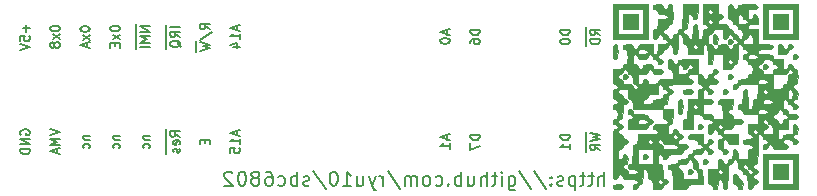
<source format=gbo>
G04 #@! TF.GenerationSoftware,KiCad,Pcbnew,(5.1.2-1)-1*
G04 #@! TF.CreationDate,2019-12-30T12:49:13-08:00*
G04 #@! TF.ProjectId,sbc6802,73626336-3830-4322-9e6b-696361645f70,2.0*
G04 #@! TF.SameCoordinates,Original*
G04 #@! TF.FileFunction,Legend,Bot*
G04 #@! TF.FilePolarity,Positive*
%FSLAX46Y46*%
G04 Gerber Fmt 4.6, Leading zero omitted, Abs format (unit mm)*
G04 Created by KiCad (PCBNEW (5.1.2-1)-1) date 2019-12-30 12:49:13*
%MOMM*%
%LPD*%
G04 APERTURE LIST*
%ADD10C,0.150000*%
%ADD11C,0.010000*%
G04 APERTURE END LIST*
D10*
X178547500Y-135162857D02*
X178547500Y-133962857D01*
X178033214Y-135162857D02*
X178033214Y-134534285D01*
X178090357Y-134420000D01*
X178204642Y-134362857D01*
X178376071Y-134362857D01*
X178490357Y-134420000D01*
X178547500Y-134477142D01*
X177633214Y-134362857D02*
X177176071Y-134362857D01*
X177461785Y-133962857D02*
X177461785Y-134991428D01*
X177404642Y-135105714D01*
X177290357Y-135162857D01*
X177176071Y-135162857D01*
X176947500Y-134362857D02*
X176490357Y-134362857D01*
X176776071Y-133962857D02*
X176776071Y-134991428D01*
X176718928Y-135105714D01*
X176604642Y-135162857D01*
X176490357Y-135162857D01*
X176090357Y-134362857D02*
X176090357Y-135562857D01*
X176090357Y-134420000D02*
X175976071Y-134362857D01*
X175747500Y-134362857D01*
X175633214Y-134420000D01*
X175576071Y-134477142D01*
X175518928Y-134591428D01*
X175518928Y-134934285D01*
X175576071Y-135048571D01*
X175633214Y-135105714D01*
X175747500Y-135162857D01*
X175976071Y-135162857D01*
X176090357Y-135105714D01*
X175061785Y-135105714D02*
X174947500Y-135162857D01*
X174718928Y-135162857D01*
X174604642Y-135105714D01*
X174547500Y-134991428D01*
X174547500Y-134934285D01*
X174604642Y-134820000D01*
X174718928Y-134762857D01*
X174890357Y-134762857D01*
X175004642Y-134705714D01*
X175061785Y-134591428D01*
X175061785Y-134534285D01*
X175004642Y-134420000D01*
X174890357Y-134362857D01*
X174718928Y-134362857D01*
X174604642Y-134420000D01*
X174033214Y-135048571D02*
X173976071Y-135105714D01*
X174033214Y-135162857D01*
X174090357Y-135105714D01*
X174033214Y-135048571D01*
X174033214Y-135162857D01*
X174033214Y-134420000D02*
X173976071Y-134477142D01*
X174033214Y-134534285D01*
X174090357Y-134477142D01*
X174033214Y-134420000D01*
X174033214Y-134534285D01*
X172604642Y-133905714D02*
X173633214Y-135448571D01*
X171347500Y-133905714D02*
X172376071Y-135448571D01*
X170433214Y-134362857D02*
X170433214Y-135334285D01*
X170490357Y-135448571D01*
X170547500Y-135505714D01*
X170661785Y-135562857D01*
X170833214Y-135562857D01*
X170947500Y-135505714D01*
X170433214Y-135105714D02*
X170547500Y-135162857D01*
X170776071Y-135162857D01*
X170890357Y-135105714D01*
X170947500Y-135048571D01*
X171004642Y-134934285D01*
X171004642Y-134591428D01*
X170947500Y-134477142D01*
X170890357Y-134420000D01*
X170776071Y-134362857D01*
X170547500Y-134362857D01*
X170433214Y-134420000D01*
X169861785Y-135162857D02*
X169861785Y-134362857D01*
X169861785Y-133962857D02*
X169918928Y-134020000D01*
X169861785Y-134077142D01*
X169804642Y-134020000D01*
X169861785Y-133962857D01*
X169861785Y-134077142D01*
X169461785Y-134362857D02*
X169004642Y-134362857D01*
X169290357Y-133962857D02*
X169290357Y-134991428D01*
X169233214Y-135105714D01*
X169118928Y-135162857D01*
X169004642Y-135162857D01*
X168604642Y-135162857D02*
X168604642Y-133962857D01*
X168090357Y-135162857D02*
X168090357Y-134534285D01*
X168147500Y-134420000D01*
X168261785Y-134362857D01*
X168433214Y-134362857D01*
X168547500Y-134420000D01*
X168604642Y-134477142D01*
X167004642Y-134362857D02*
X167004642Y-135162857D01*
X167518928Y-134362857D02*
X167518928Y-134991428D01*
X167461785Y-135105714D01*
X167347500Y-135162857D01*
X167176071Y-135162857D01*
X167061785Y-135105714D01*
X167004642Y-135048571D01*
X166433214Y-135162857D02*
X166433214Y-133962857D01*
X166433214Y-134420000D02*
X166318928Y-134362857D01*
X166090357Y-134362857D01*
X165976071Y-134420000D01*
X165918928Y-134477142D01*
X165861785Y-134591428D01*
X165861785Y-134934285D01*
X165918928Y-135048571D01*
X165976071Y-135105714D01*
X166090357Y-135162857D01*
X166318928Y-135162857D01*
X166433214Y-135105714D01*
X165347500Y-135048571D02*
X165290357Y-135105714D01*
X165347500Y-135162857D01*
X165404642Y-135105714D01*
X165347500Y-135048571D01*
X165347500Y-135162857D01*
X164261785Y-135105714D02*
X164376071Y-135162857D01*
X164604642Y-135162857D01*
X164718928Y-135105714D01*
X164776071Y-135048571D01*
X164833214Y-134934285D01*
X164833214Y-134591428D01*
X164776071Y-134477142D01*
X164718928Y-134420000D01*
X164604642Y-134362857D01*
X164376071Y-134362857D01*
X164261785Y-134420000D01*
X163576071Y-135162857D02*
X163690357Y-135105714D01*
X163747500Y-135048571D01*
X163804642Y-134934285D01*
X163804642Y-134591428D01*
X163747500Y-134477142D01*
X163690357Y-134420000D01*
X163576071Y-134362857D01*
X163404642Y-134362857D01*
X163290357Y-134420000D01*
X163233214Y-134477142D01*
X163176071Y-134591428D01*
X163176071Y-134934285D01*
X163233214Y-135048571D01*
X163290357Y-135105714D01*
X163404642Y-135162857D01*
X163576071Y-135162857D01*
X162661785Y-135162857D02*
X162661785Y-134362857D01*
X162661785Y-134477142D02*
X162604642Y-134420000D01*
X162490357Y-134362857D01*
X162318928Y-134362857D01*
X162204642Y-134420000D01*
X162147500Y-134534285D01*
X162147500Y-135162857D01*
X162147500Y-134534285D02*
X162090357Y-134420000D01*
X161976071Y-134362857D01*
X161804642Y-134362857D01*
X161690357Y-134420000D01*
X161633214Y-134534285D01*
X161633214Y-135162857D01*
X160204642Y-133905714D02*
X161233214Y-135448571D01*
X159804642Y-135162857D02*
X159804642Y-134362857D01*
X159804642Y-134591428D02*
X159747500Y-134477142D01*
X159690357Y-134420000D01*
X159576071Y-134362857D01*
X159461785Y-134362857D01*
X159176071Y-134362857D02*
X158890357Y-135162857D01*
X158604642Y-134362857D02*
X158890357Y-135162857D01*
X159004642Y-135448571D01*
X159061785Y-135505714D01*
X159176071Y-135562857D01*
X157633214Y-134362857D02*
X157633214Y-135162857D01*
X158147500Y-134362857D02*
X158147500Y-134991428D01*
X158090357Y-135105714D01*
X157976071Y-135162857D01*
X157804642Y-135162857D01*
X157690357Y-135105714D01*
X157633214Y-135048571D01*
X156433214Y-135162857D02*
X157118928Y-135162857D01*
X156776071Y-135162857D02*
X156776071Y-133962857D01*
X156890357Y-134134285D01*
X157004642Y-134248571D01*
X157118928Y-134305714D01*
X155690357Y-133962857D02*
X155576071Y-133962857D01*
X155461785Y-134020000D01*
X155404642Y-134077142D01*
X155347500Y-134191428D01*
X155290357Y-134420000D01*
X155290357Y-134705714D01*
X155347500Y-134934285D01*
X155404642Y-135048571D01*
X155461785Y-135105714D01*
X155576071Y-135162857D01*
X155690357Y-135162857D01*
X155804642Y-135105714D01*
X155861785Y-135048571D01*
X155918928Y-134934285D01*
X155976071Y-134705714D01*
X155976071Y-134420000D01*
X155918928Y-134191428D01*
X155861785Y-134077142D01*
X155804642Y-134020000D01*
X155690357Y-133962857D01*
X153918928Y-133905714D02*
X154947500Y-135448571D01*
X153576071Y-135105714D02*
X153461785Y-135162857D01*
X153233214Y-135162857D01*
X153118928Y-135105714D01*
X153061785Y-134991428D01*
X153061785Y-134934285D01*
X153118928Y-134820000D01*
X153233214Y-134762857D01*
X153404642Y-134762857D01*
X153518928Y-134705714D01*
X153576071Y-134591428D01*
X153576071Y-134534285D01*
X153518928Y-134420000D01*
X153404642Y-134362857D01*
X153233214Y-134362857D01*
X153118928Y-134420000D01*
X152547500Y-135162857D02*
X152547500Y-133962857D01*
X152547500Y-134420000D02*
X152433214Y-134362857D01*
X152204642Y-134362857D01*
X152090357Y-134420000D01*
X152033214Y-134477142D01*
X151976071Y-134591428D01*
X151976071Y-134934285D01*
X152033214Y-135048571D01*
X152090357Y-135105714D01*
X152204642Y-135162857D01*
X152433214Y-135162857D01*
X152547500Y-135105714D01*
X150947500Y-135105714D02*
X151061785Y-135162857D01*
X151290357Y-135162857D01*
X151404642Y-135105714D01*
X151461785Y-135048571D01*
X151518928Y-134934285D01*
X151518928Y-134591428D01*
X151461785Y-134477142D01*
X151404642Y-134420000D01*
X151290357Y-134362857D01*
X151061785Y-134362857D01*
X150947500Y-134420000D01*
X149918928Y-133962857D02*
X150147500Y-133962857D01*
X150261785Y-134020000D01*
X150318928Y-134077142D01*
X150433214Y-134248571D01*
X150490357Y-134477142D01*
X150490357Y-134934285D01*
X150433214Y-135048571D01*
X150376071Y-135105714D01*
X150261785Y-135162857D01*
X150033214Y-135162857D01*
X149918928Y-135105714D01*
X149861785Y-135048571D01*
X149804642Y-134934285D01*
X149804642Y-134648571D01*
X149861785Y-134534285D01*
X149918928Y-134477142D01*
X150033214Y-134420000D01*
X150261785Y-134420000D01*
X150376071Y-134477142D01*
X150433214Y-134534285D01*
X150490357Y-134648571D01*
X149118928Y-134477142D02*
X149233214Y-134420000D01*
X149290357Y-134362857D01*
X149347500Y-134248571D01*
X149347500Y-134191428D01*
X149290357Y-134077142D01*
X149233214Y-134020000D01*
X149118928Y-133962857D01*
X148890357Y-133962857D01*
X148776071Y-134020000D01*
X148718928Y-134077142D01*
X148661785Y-134191428D01*
X148661785Y-134248571D01*
X148718928Y-134362857D01*
X148776071Y-134420000D01*
X148890357Y-134477142D01*
X149118928Y-134477142D01*
X149233214Y-134534285D01*
X149290357Y-134591428D01*
X149347500Y-134705714D01*
X149347500Y-134934285D01*
X149290357Y-135048571D01*
X149233214Y-135105714D01*
X149118928Y-135162857D01*
X148890357Y-135162857D01*
X148776071Y-135105714D01*
X148718928Y-135048571D01*
X148661785Y-134934285D01*
X148661785Y-134705714D01*
X148718928Y-134591428D01*
X148776071Y-134534285D01*
X148890357Y-134477142D01*
X147918928Y-133962857D02*
X147804642Y-133962857D01*
X147690357Y-134020000D01*
X147633214Y-134077142D01*
X147576071Y-134191428D01*
X147518928Y-134420000D01*
X147518928Y-134705714D01*
X147576071Y-134934285D01*
X147633214Y-135048571D01*
X147690357Y-135105714D01*
X147804642Y-135162857D01*
X147918928Y-135162857D01*
X148033214Y-135105714D01*
X148090357Y-135048571D01*
X148147500Y-134934285D01*
X148204642Y-134705714D01*
X148204642Y-134420000D01*
X148147500Y-134191428D01*
X148090357Y-134077142D01*
X148033214Y-134020000D01*
X147918928Y-133962857D01*
X147061785Y-134077142D02*
X147004642Y-134020000D01*
X146890357Y-133962857D01*
X146604642Y-133962857D01*
X146490357Y-134020000D01*
X146433214Y-134077142D01*
X146376071Y-134191428D01*
X146376071Y-134305714D01*
X146433214Y-134477142D01*
X147118928Y-135162857D01*
X146376071Y-135162857D01*
X129140000Y-130835476D02*
X129101904Y-130759285D01*
X129101904Y-130645000D01*
X129140000Y-130530714D01*
X129216190Y-130454523D01*
X129292380Y-130416428D01*
X129444761Y-130378333D01*
X129559047Y-130378333D01*
X129711428Y-130416428D01*
X129787619Y-130454523D01*
X129863809Y-130530714D01*
X129901904Y-130645000D01*
X129901904Y-130721190D01*
X129863809Y-130835476D01*
X129825714Y-130873571D01*
X129559047Y-130873571D01*
X129559047Y-130721190D01*
X129901904Y-131216428D02*
X129101904Y-131216428D01*
X129901904Y-131673571D01*
X129101904Y-131673571D01*
X129901904Y-132054523D02*
X129101904Y-132054523D01*
X129101904Y-132245000D01*
X129140000Y-132359285D01*
X129216190Y-132435476D01*
X129292380Y-132473571D01*
X129444761Y-132511666D01*
X129559047Y-132511666D01*
X129711428Y-132473571D01*
X129787619Y-132435476D01*
X129863809Y-132359285D01*
X129901904Y-132245000D01*
X129901904Y-132054523D01*
X131641904Y-130378333D02*
X132441904Y-130645000D01*
X131641904Y-130911666D01*
X132441904Y-131178333D02*
X131641904Y-131178333D01*
X132213333Y-131445000D01*
X131641904Y-131711666D01*
X132441904Y-131711666D01*
X132213333Y-132054523D02*
X132213333Y-132435476D01*
X132441904Y-131978333D02*
X131641904Y-132245000D01*
X132441904Y-132511666D01*
X134448571Y-130930714D02*
X134981904Y-130930714D01*
X134524761Y-130930714D02*
X134486666Y-130968809D01*
X134448571Y-131045000D01*
X134448571Y-131159285D01*
X134486666Y-131235476D01*
X134562857Y-131273571D01*
X134981904Y-131273571D01*
X134943809Y-131997380D02*
X134981904Y-131921190D01*
X134981904Y-131768809D01*
X134943809Y-131692619D01*
X134905714Y-131654523D01*
X134829523Y-131616428D01*
X134600952Y-131616428D01*
X134524761Y-131654523D01*
X134486666Y-131692619D01*
X134448571Y-131768809D01*
X134448571Y-131921190D01*
X134486666Y-131997380D01*
X136988571Y-130930714D02*
X137521904Y-130930714D01*
X137064761Y-130930714D02*
X137026666Y-130968809D01*
X136988571Y-131045000D01*
X136988571Y-131159285D01*
X137026666Y-131235476D01*
X137102857Y-131273571D01*
X137521904Y-131273571D01*
X137483809Y-131997380D02*
X137521904Y-131921190D01*
X137521904Y-131768809D01*
X137483809Y-131692619D01*
X137445714Y-131654523D01*
X137369523Y-131616428D01*
X137140952Y-131616428D01*
X137064761Y-131654523D01*
X137026666Y-131692619D01*
X136988571Y-131768809D01*
X136988571Y-131921190D01*
X137026666Y-131997380D01*
X139528571Y-130930714D02*
X140061904Y-130930714D01*
X139604761Y-130930714D02*
X139566666Y-130968809D01*
X139528571Y-131045000D01*
X139528571Y-131159285D01*
X139566666Y-131235476D01*
X139642857Y-131273571D01*
X140061904Y-131273571D01*
X140023809Y-131997380D02*
X140061904Y-131921190D01*
X140061904Y-131768809D01*
X140023809Y-131692619D01*
X139985714Y-131654523D01*
X139909523Y-131616428D01*
X139680952Y-131616428D01*
X139604761Y-131654523D01*
X139566666Y-131692619D01*
X139528571Y-131768809D01*
X139528571Y-131921190D01*
X139566666Y-131997380D01*
X141469000Y-130378333D02*
X141469000Y-131178333D01*
X142601904Y-131025952D02*
X142220952Y-130759285D01*
X142601904Y-130568809D02*
X141801904Y-130568809D01*
X141801904Y-130873571D01*
X141840000Y-130949761D01*
X141878095Y-130987857D01*
X141954285Y-131025952D01*
X142068571Y-131025952D01*
X142144761Y-130987857D01*
X142182857Y-130949761D01*
X142220952Y-130873571D01*
X142220952Y-130568809D01*
X141469000Y-131178333D02*
X141469000Y-131864047D01*
X142563809Y-131673571D02*
X142601904Y-131597380D01*
X142601904Y-131445000D01*
X142563809Y-131368809D01*
X142487619Y-131330714D01*
X142182857Y-131330714D01*
X142106666Y-131368809D01*
X142068571Y-131445000D01*
X142068571Y-131597380D01*
X142106666Y-131673571D01*
X142182857Y-131711666D01*
X142259047Y-131711666D01*
X142335238Y-131330714D01*
X141469000Y-131864047D02*
X141469000Y-132511666D01*
X142563809Y-132016428D02*
X142601904Y-132092619D01*
X142601904Y-132245000D01*
X142563809Y-132321190D01*
X142487619Y-132359285D01*
X142449523Y-132359285D01*
X142373333Y-132321190D01*
X142335238Y-132245000D01*
X142335238Y-132130714D01*
X142297142Y-132054523D01*
X142220952Y-132016428D01*
X142182857Y-132016428D01*
X142106666Y-132054523D01*
X142068571Y-132130714D01*
X142068571Y-132245000D01*
X142106666Y-132321190D01*
X144722857Y-131273571D02*
X144722857Y-131540238D01*
X145141904Y-131654523D02*
X145141904Y-131273571D01*
X144341904Y-131273571D01*
X144341904Y-131654523D01*
X147453333Y-130492619D02*
X147453333Y-130873571D01*
X147681904Y-130416428D02*
X146881904Y-130683095D01*
X147681904Y-130949761D01*
X147681904Y-131635476D02*
X147681904Y-131178333D01*
X147681904Y-131406904D02*
X146881904Y-131406904D01*
X146996190Y-131330714D01*
X147072380Y-131254523D01*
X147110476Y-131178333D01*
X146881904Y-132359285D02*
X146881904Y-131978333D01*
X147262857Y-131940238D01*
X147224761Y-131978333D01*
X147186666Y-132054523D01*
X147186666Y-132245000D01*
X147224761Y-132321190D01*
X147262857Y-132359285D01*
X147339047Y-132397380D01*
X147529523Y-132397380D01*
X147605714Y-132359285D01*
X147643809Y-132321190D01*
X147681904Y-132245000D01*
X147681904Y-132054523D01*
X147643809Y-131978333D01*
X147605714Y-131940238D01*
X165233333Y-130873571D02*
X165233333Y-131254523D01*
X165461904Y-130797380D02*
X164661904Y-131064047D01*
X165461904Y-131330714D01*
X165461904Y-132016428D02*
X165461904Y-131559285D01*
X165461904Y-131787857D02*
X164661904Y-131787857D01*
X164776190Y-131711666D01*
X164852380Y-131635476D01*
X164890476Y-131559285D01*
X168001904Y-130854523D02*
X167201904Y-130854523D01*
X167201904Y-131045000D01*
X167240000Y-131159285D01*
X167316190Y-131235476D01*
X167392380Y-131273571D01*
X167544761Y-131311666D01*
X167659047Y-131311666D01*
X167811428Y-131273571D01*
X167887619Y-131235476D01*
X167963809Y-131159285D01*
X168001904Y-131045000D01*
X168001904Y-130854523D01*
X167201904Y-131578333D02*
X167201904Y-132111666D01*
X168001904Y-131768809D01*
X175621904Y-130854523D02*
X174821904Y-130854523D01*
X174821904Y-131045000D01*
X174860000Y-131159285D01*
X174936190Y-131235476D01*
X175012380Y-131273571D01*
X175164761Y-131311666D01*
X175279047Y-131311666D01*
X175431428Y-131273571D01*
X175507619Y-131235476D01*
X175583809Y-131159285D01*
X175621904Y-131045000D01*
X175621904Y-130854523D01*
X175621904Y-132073571D02*
X175621904Y-131616428D01*
X175621904Y-131845000D02*
X174821904Y-131845000D01*
X174936190Y-131768809D01*
X175012380Y-131692619D01*
X175050476Y-131616428D01*
X177029000Y-130587857D02*
X177029000Y-131502142D01*
X177361904Y-130702142D02*
X178161904Y-130892619D01*
X177590476Y-131045000D01*
X178161904Y-131197380D01*
X177361904Y-131387857D01*
X177029000Y-131502142D02*
X177029000Y-132302142D01*
X178161904Y-132149761D02*
X177780952Y-131883095D01*
X178161904Y-131692619D02*
X177361904Y-131692619D01*
X177361904Y-131997380D01*
X177400000Y-132073571D01*
X177438095Y-132111666D01*
X177514285Y-132149761D01*
X177628571Y-132149761D01*
X177704761Y-132111666D01*
X177742857Y-132073571D01*
X177780952Y-131997380D01*
X177780952Y-131692619D01*
X177029000Y-121755000D02*
X177029000Y-122555000D01*
X178161904Y-122402619D02*
X177780952Y-122135952D01*
X178161904Y-121945476D02*
X177361904Y-121945476D01*
X177361904Y-122250238D01*
X177400000Y-122326428D01*
X177438095Y-122364523D01*
X177514285Y-122402619D01*
X177628571Y-122402619D01*
X177704761Y-122364523D01*
X177742857Y-122326428D01*
X177780952Y-122250238D01*
X177780952Y-121945476D01*
X177029000Y-122555000D02*
X177029000Y-123355000D01*
X178161904Y-122745476D02*
X177361904Y-122745476D01*
X177361904Y-122935952D01*
X177400000Y-123050238D01*
X177476190Y-123126428D01*
X177552380Y-123164523D01*
X177704761Y-123202619D01*
X177819047Y-123202619D01*
X177971428Y-123164523D01*
X178047619Y-123126428D01*
X178123809Y-123050238D01*
X178161904Y-122935952D01*
X178161904Y-122745476D01*
X175621904Y-121964523D02*
X174821904Y-121964523D01*
X174821904Y-122155000D01*
X174860000Y-122269285D01*
X174936190Y-122345476D01*
X175012380Y-122383571D01*
X175164761Y-122421666D01*
X175279047Y-122421666D01*
X175431428Y-122383571D01*
X175507619Y-122345476D01*
X175583809Y-122269285D01*
X175621904Y-122155000D01*
X175621904Y-121964523D01*
X174821904Y-122916904D02*
X174821904Y-122993095D01*
X174860000Y-123069285D01*
X174898095Y-123107380D01*
X174974285Y-123145476D01*
X175126666Y-123183571D01*
X175317142Y-123183571D01*
X175469523Y-123145476D01*
X175545714Y-123107380D01*
X175583809Y-123069285D01*
X175621904Y-122993095D01*
X175621904Y-122916904D01*
X175583809Y-122840714D01*
X175545714Y-122802619D01*
X175469523Y-122764523D01*
X175317142Y-122726428D01*
X175126666Y-122726428D01*
X174974285Y-122764523D01*
X174898095Y-122802619D01*
X174860000Y-122840714D01*
X174821904Y-122916904D01*
X168001904Y-121964523D02*
X167201904Y-121964523D01*
X167201904Y-122155000D01*
X167240000Y-122269285D01*
X167316190Y-122345476D01*
X167392380Y-122383571D01*
X167544761Y-122421666D01*
X167659047Y-122421666D01*
X167811428Y-122383571D01*
X167887619Y-122345476D01*
X167963809Y-122269285D01*
X168001904Y-122155000D01*
X168001904Y-121964523D01*
X167201904Y-123107380D02*
X167201904Y-122955000D01*
X167240000Y-122878809D01*
X167278095Y-122840714D01*
X167392380Y-122764523D01*
X167544761Y-122726428D01*
X167849523Y-122726428D01*
X167925714Y-122764523D01*
X167963809Y-122802619D01*
X168001904Y-122878809D01*
X168001904Y-123031190D01*
X167963809Y-123107380D01*
X167925714Y-123145476D01*
X167849523Y-123183571D01*
X167659047Y-123183571D01*
X167582857Y-123145476D01*
X167544761Y-123107380D01*
X167506666Y-123031190D01*
X167506666Y-122878809D01*
X167544761Y-122802619D01*
X167582857Y-122764523D01*
X167659047Y-122726428D01*
X165233333Y-121983571D02*
X165233333Y-122364523D01*
X165461904Y-121907380D02*
X164661904Y-122174047D01*
X165461904Y-122440714D01*
X164661904Y-122859761D02*
X164661904Y-122935952D01*
X164700000Y-123012142D01*
X164738095Y-123050238D01*
X164814285Y-123088333D01*
X164966666Y-123126428D01*
X165157142Y-123126428D01*
X165309523Y-123088333D01*
X165385714Y-123050238D01*
X165423809Y-123012142D01*
X165461904Y-122935952D01*
X165461904Y-122859761D01*
X165423809Y-122783571D01*
X165385714Y-122745476D01*
X165309523Y-122707380D01*
X165157142Y-122669285D01*
X164966666Y-122669285D01*
X164814285Y-122707380D01*
X164738095Y-122745476D01*
X164700000Y-122783571D01*
X164661904Y-122859761D01*
X147453333Y-121602619D02*
X147453333Y-121983571D01*
X147681904Y-121526428D02*
X146881904Y-121793095D01*
X147681904Y-122059761D01*
X147681904Y-122745476D02*
X147681904Y-122288333D01*
X147681904Y-122516904D02*
X146881904Y-122516904D01*
X146996190Y-122440714D01*
X147072380Y-122364523D01*
X147110476Y-122288333D01*
X147148571Y-123431190D02*
X147681904Y-123431190D01*
X146843809Y-123240714D02*
X147415238Y-123050238D01*
X147415238Y-123545476D01*
X145141904Y-121926428D02*
X144760952Y-121659761D01*
X145141904Y-121469285D02*
X144341904Y-121469285D01*
X144341904Y-121774047D01*
X144380000Y-121850238D01*
X144418095Y-121888333D01*
X144494285Y-121926428D01*
X144608571Y-121926428D01*
X144684761Y-121888333D01*
X144722857Y-121850238D01*
X144760952Y-121774047D01*
X144760952Y-121469285D01*
X144303809Y-122840714D02*
X145332380Y-122155000D01*
X144009000Y-122916904D02*
X144009000Y-123831190D01*
X144341904Y-123031190D02*
X145141904Y-123221666D01*
X144570476Y-123374047D01*
X145141904Y-123526428D01*
X144341904Y-123716904D01*
X141469000Y-121545476D02*
X141469000Y-121926428D01*
X142601904Y-121735952D02*
X141801904Y-121735952D01*
X141469000Y-121926428D02*
X141469000Y-122726428D01*
X142601904Y-122574047D02*
X142220952Y-122307380D01*
X142601904Y-122116904D02*
X141801904Y-122116904D01*
X141801904Y-122421666D01*
X141840000Y-122497857D01*
X141878095Y-122535952D01*
X141954285Y-122574047D01*
X142068571Y-122574047D01*
X142144761Y-122535952D01*
X142182857Y-122497857D01*
X142220952Y-122421666D01*
X142220952Y-122116904D01*
X141469000Y-122726428D02*
X141469000Y-123564523D01*
X142678095Y-123450238D02*
X142640000Y-123374047D01*
X142563809Y-123297857D01*
X142449523Y-123183571D01*
X142411428Y-123107380D01*
X142411428Y-123031190D01*
X142601904Y-123069285D02*
X142563809Y-122993095D01*
X142487619Y-122916904D01*
X142335238Y-122878809D01*
X142068571Y-122878809D01*
X141916190Y-122916904D01*
X141840000Y-122993095D01*
X141801904Y-123069285D01*
X141801904Y-123221666D01*
X141840000Y-123297857D01*
X141916190Y-123374047D01*
X142068571Y-123412142D01*
X142335238Y-123412142D01*
X142487619Y-123374047D01*
X142563809Y-123297857D01*
X142601904Y-123221666D01*
X142601904Y-123069285D01*
X138929000Y-121488333D02*
X138929000Y-122326428D01*
X140061904Y-121678809D02*
X139261904Y-121678809D01*
X140061904Y-122135952D01*
X139261904Y-122135952D01*
X138929000Y-122326428D02*
X138929000Y-123240714D01*
X140061904Y-122516904D02*
X139261904Y-122516904D01*
X139833333Y-122783571D01*
X139261904Y-123050238D01*
X140061904Y-123050238D01*
X138929000Y-123240714D02*
X138929000Y-123621666D01*
X140061904Y-123431190D02*
X139261904Y-123431190D01*
X136721904Y-121831190D02*
X136721904Y-121907380D01*
X136760000Y-121983571D01*
X136798095Y-122021666D01*
X136874285Y-122059761D01*
X137026666Y-122097857D01*
X137217142Y-122097857D01*
X137369523Y-122059761D01*
X137445714Y-122021666D01*
X137483809Y-121983571D01*
X137521904Y-121907380D01*
X137521904Y-121831190D01*
X137483809Y-121755000D01*
X137445714Y-121716904D01*
X137369523Y-121678809D01*
X137217142Y-121640714D01*
X137026666Y-121640714D01*
X136874285Y-121678809D01*
X136798095Y-121716904D01*
X136760000Y-121755000D01*
X136721904Y-121831190D01*
X137521904Y-122364523D02*
X136988571Y-122783571D01*
X136988571Y-122364523D02*
X137521904Y-122783571D01*
X137102857Y-123088333D02*
X137102857Y-123355000D01*
X137521904Y-123469285D02*
X137521904Y-123088333D01*
X136721904Y-123088333D01*
X136721904Y-123469285D01*
X134181904Y-121850238D02*
X134181904Y-121926428D01*
X134220000Y-122002619D01*
X134258095Y-122040714D01*
X134334285Y-122078809D01*
X134486666Y-122116904D01*
X134677142Y-122116904D01*
X134829523Y-122078809D01*
X134905714Y-122040714D01*
X134943809Y-122002619D01*
X134981904Y-121926428D01*
X134981904Y-121850238D01*
X134943809Y-121774047D01*
X134905714Y-121735952D01*
X134829523Y-121697857D01*
X134677142Y-121659761D01*
X134486666Y-121659761D01*
X134334285Y-121697857D01*
X134258095Y-121735952D01*
X134220000Y-121774047D01*
X134181904Y-121850238D01*
X134981904Y-122383571D02*
X134448571Y-122802619D01*
X134448571Y-122383571D02*
X134981904Y-122802619D01*
X134753333Y-123069285D02*
X134753333Y-123450238D01*
X134981904Y-122993095D02*
X134181904Y-123259761D01*
X134981904Y-123526428D01*
X131641904Y-121812142D02*
X131641904Y-121888333D01*
X131680000Y-121964523D01*
X131718095Y-122002619D01*
X131794285Y-122040714D01*
X131946666Y-122078809D01*
X132137142Y-122078809D01*
X132289523Y-122040714D01*
X132365714Y-122002619D01*
X132403809Y-121964523D01*
X132441904Y-121888333D01*
X132441904Y-121812142D01*
X132403809Y-121735952D01*
X132365714Y-121697857D01*
X132289523Y-121659761D01*
X132137142Y-121621666D01*
X131946666Y-121621666D01*
X131794285Y-121659761D01*
X131718095Y-121697857D01*
X131680000Y-121735952D01*
X131641904Y-121812142D01*
X132441904Y-122345476D02*
X131908571Y-122764523D01*
X131908571Y-122345476D02*
X132441904Y-122764523D01*
X131984761Y-123183571D02*
X131946666Y-123107380D01*
X131908571Y-123069285D01*
X131832380Y-123031190D01*
X131794285Y-123031190D01*
X131718095Y-123069285D01*
X131680000Y-123107380D01*
X131641904Y-123183571D01*
X131641904Y-123335952D01*
X131680000Y-123412142D01*
X131718095Y-123450238D01*
X131794285Y-123488333D01*
X131832380Y-123488333D01*
X131908571Y-123450238D01*
X131946666Y-123412142D01*
X131984761Y-123335952D01*
X131984761Y-123183571D01*
X132022857Y-123107380D01*
X132060952Y-123069285D01*
X132137142Y-123031190D01*
X132289523Y-123031190D01*
X132365714Y-123069285D01*
X132403809Y-123107380D01*
X132441904Y-123183571D01*
X132441904Y-123335952D01*
X132403809Y-123412142D01*
X132365714Y-123450238D01*
X132289523Y-123488333D01*
X132137142Y-123488333D01*
X132060952Y-123450238D01*
X132022857Y-123412142D01*
X131984761Y-123335952D01*
X129597142Y-121526428D02*
X129597142Y-122135952D01*
X129901904Y-121831190D02*
X129292380Y-121831190D01*
X129101904Y-122897857D02*
X129101904Y-122516904D01*
X129482857Y-122478809D01*
X129444761Y-122516904D01*
X129406666Y-122593095D01*
X129406666Y-122783571D01*
X129444761Y-122859761D01*
X129482857Y-122897857D01*
X129559047Y-122935952D01*
X129749523Y-122935952D01*
X129825714Y-122897857D01*
X129863809Y-122859761D01*
X129901904Y-122783571D01*
X129901904Y-122593095D01*
X129863809Y-122516904D01*
X129825714Y-122478809D01*
X129101904Y-123164523D02*
X129901904Y-123431190D01*
X129101904Y-123697857D01*
D11*
G36*
X180086000Y-121920000D02*
G01*
X181356000Y-121920000D01*
X181356000Y-120650000D01*
X180086000Y-120650000D01*
X180086000Y-121920000D01*
X180086000Y-121920000D01*
G37*
X180086000Y-121920000D02*
X181356000Y-121920000D01*
X181356000Y-120650000D01*
X180086000Y-120650000D01*
X180086000Y-121920000D01*
G36*
X192786000Y-121920000D02*
G01*
X194056000Y-121920000D01*
X194056000Y-120650000D01*
X192786000Y-120650000D01*
X192786000Y-121920000D01*
X192786000Y-121920000D01*
G37*
X192786000Y-121920000D02*
X194056000Y-121920000D01*
X194056000Y-120650000D01*
X192786000Y-120650000D01*
X192786000Y-121920000D01*
G36*
X185624120Y-133848168D02*
G01*
X185589334Y-133985000D01*
X185664169Y-134161880D01*
X185801000Y-134196666D01*
X185977881Y-134121831D01*
X186012667Y-133985000D01*
X185937832Y-133808119D01*
X185801000Y-133773333D01*
X185624120Y-133848168D01*
X185624120Y-133848168D01*
G37*
X185624120Y-133848168D02*
X185589334Y-133985000D01*
X185664169Y-134161880D01*
X185801000Y-134196666D01*
X185977881Y-134121831D01*
X186012667Y-133985000D01*
X185937832Y-133808119D01*
X185801000Y-133773333D01*
X185624120Y-133848168D01*
G36*
X187779187Y-122378833D02*
G01*
X187717984Y-122522319D01*
X187706000Y-122766666D01*
X187723751Y-123043626D01*
X187795494Y-123166032D01*
X187917667Y-123190000D01*
X188056147Y-123154499D01*
X188117350Y-123011013D01*
X188129334Y-122766666D01*
X188111584Y-122489706D01*
X188039841Y-122367301D01*
X187917667Y-122343333D01*
X187779187Y-122378833D01*
X187779187Y-122378833D01*
G37*
X187779187Y-122378833D02*
X187717984Y-122522319D01*
X187706000Y-122766666D01*
X187723751Y-123043626D01*
X187795494Y-123166032D01*
X187917667Y-123190000D01*
X188056147Y-123154499D01*
X188117350Y-123011013D01*
X188129334Y-122766666D01*
X188111584Y-122489706D01*
X188039841Y-122367301D01*
X187917667Y-122343333D01*
X187779187Y-122378833D01*
G36*
X189010787Y-122841502D02*
G01*
X188976000Y-122978333D01*
X189050836Y-123155213D01*
X189187667Y-123190000D01*
X189364547Y-123115164D01*
X189399334Y-122978333D01*
X189324498Y-122801453D01*
X189187667Y-122766666D01*
X189010787Y-122841502D01*
X189010787Y-122841502D01*
G37*
X189010787Y-122841502D02*
X188976000Y-122978333D01*
X189050836Y-123155213D01*
X189187667Y-123190000D01*
X189364547Y-123115164D01*
X189399334Y-122978333D01*
X189324498Y-122801453D01*
X189187667Y-122766666D01*
X189010787Y-122841502D01*
G36*
X180120787Y-125804835D02*
G01*
X180086000Y-125941666D01*
X180160836Y-126118546D01*
X180297667Y-126153333D01*
X180474547Y-126078497D01*
X180509334Y-125941666D01*
X180434498Y-125764786D01*
X180297667Y-125730000D01*
X180120787Y-125804835D01*
X180120787Y-125804835D01*
G37*
X180120787Y-125804835D02*
X180086000Y-125941666D01*
X180160836Y-126118546D01*
X180297667Y-126153333D01*
X180474547Y-126078497D01*
X180509334Y-125941666D01*
X180434498Y-125764786D01*
X180297667Y-125730000D01*
X180120787Y-125804835D01*
G36*
X191974120Y-124958168D02*
G01*
X191939334Y-125095000D01*
X192014169Y-125271880D01*
X192151000Y-125306666D01*
X192327881Y-125231831D01*
X192362667Y-125095000D01*
X192287832Y-124918119D01*
X192151000Y-124883333D01*
X191974120Y-124958168D01*
X191974120Y-124958168D01*
G37*
X191974120Y-124958168D02*
X191939334Y-125095000D01*
X192014169Y-125271880D01*
X192151000Y-125306666D01*
X192327881Y-125231831D01*
X192362667Y-125095000D01*
X192287832Y-124918119D01*
X192151000Y-124883333D01*
X191974120Y-124958168D01*
G36*
X181814120Y-132578168D02*
G01*
X181779334Y-132715000D01*
X181854169Y-132891880D01*
X181991000Y-132926666D01*
X182167881Y-132851831D01*
X182202667Y-132715000D01*
X182127832Y-132538119D01*
X181991000Y-132503333D01*
X181814120Y-132578168D01*
X181814120Y-132578168D01*
G37*
X181814120Y-132578168D02*
X181779334Y-132715000D01*
X181854169Y-132891880D01*
X181991000Y-132926666D01*
X182167881Y-132851831D01*
X182202667Y-132715000D01*
X182127832Y-132538119D01*
X181991000Y-132503333D01*
X181814120Y-132578168D01*
G36*
X180544120Y-128768168D02*
G01*
X180509334Y-128905000D01*
X180584169Y-129081880D01*
X180721000Y-129116666D01*
X180897881Y-129191502D01*
X180932667Y-129328333D01*
X180857832Y-129505213D01*
X180721000Y-129540000D01*
X180582520Y-129575500D01*
X180521318Y-129718986D01*
X180509334Y-129963333D01*
X180509334Y-130386666D01*
X181356000Y-130386666D01*
X181777846Y-130382247D01*
X182030669Y-130361894D01*
X182157045Y-130314962D01*
X182199552Y-130230807D01*
X182202667Y-130175000D01*
X182277503Y-129998119D01*
X182414334Y-129963333D01*
X182591214Y-129888497D01*
X182626000Y-129751666D01*
X182202667Y-129751666D01*
X182167167Y-129890146D01*
X182023681Y-129951349D01*
X181779334Y-129963333D01*
X181502374Y-129945583D01*
X181379968Y-129873840D01*
X181356000Y-129751666D01*
X181391501Y-129613186D01*
X181534987Y-129551983D01*
X181779334Y-129540000D01*
X182056294Y-129557750D01*
X182178699Y-129629493D01*
X182202667Y-129751666D01*
X182626000Y-129751666D01*
X182551165Y-129574786D01*
X182414334Y-129540000D01*
X182237454Y-129465164D01*
X182202667Y-129328333D01*
X182179497Y-129210113D01*
X182077717Y-129146233D01*
X181848920Y-129120558D01*
X181567667Y-129116666D01*
X181213007Y-129108943D01*
X181021367Y-129075016D01*
X180944341Y-128998751D01*
X180932667Y-128905000D01*
X180857832Y-128728119D01*
X180721000Y-128693333D01*
X180544120Y-128768168D01*
X180544120Y-128768168D01*
G37*
X180544120Y-128768168D02*
X180509334Y-128905000D01*
X180584169Y-129081880D01*
X180721000Y-129116666D01*
X180897881Y-129191502D01*
X180932667Y-129328333D01*
X180857832Y-129505213D01*
X180721000Y-129540000D01*
X180582520Y-129575500D01*
X180521318Y-129718986D01*
X180509334Y-129963333D01*
X180509334Y-130386666D01*
X181356000Y-130386666D01*
X181777846Y-130382247D01*
X182030669Y-130361894D01*
X182157045Y-130314962D01*
X182199552Y-130230807D01*
X182202667Y-130175000D01*
X182277503Y-129998119D01*
X182414334Y-129963333D01*
X182591214Y-129888497D01*
X182626000Y-129751666D01*
X182202667Y-129751666D01*
X182167167Y-129890146D01*
X182023681Y-129951349D01*
X181779334Y-129963333D01*
X181502374Y-129945583D01*
X181379968Y-129873840D01*
X181356000Y-129751666D01*
X181391501Y-129613186D01*
X181534987Y-129551983D01*
X181779334Y-129540000D01*
X182056294Y-129557750D01*
X182178699Y-129629493D01*
X182202667Y-129751666D01*
X182626000Y-129751666D01*
X182551165Y-129574786D01*
X182414334Y-129540000D01*
X182237454Y-129465164D01*
X182202667Y-129328333D01*
X182179497Y-129210113D01*
X182077717Y-129146233D01*
X181848920Y-129120558D01*
X181567667Y-129116666D01*
X181213007Y-129108943D01*
X181021367Y-129075016D01*
X180944341Y-128998751D01*
X180932667Y-128905000D01*
X180857832Y-128728119D01*
X180721000Y-128693333D01*
X180544120Y-128768168D01*
G36*
X192786000Y-134620000D02*
G01*
X194056000Y-134620000D01*
X194056000Y-133350000D01*
X192786000Y-133350000D01*
X192786000Y-134620000D01*
X192786000Y-134620000D01*
G37*
X192786000Y-134620000D02*
X194056000Y-134620000D01*
X194056000Y-133350000D01*
X192786000Y-133350000D01*
X192786000Y-134620000D01*
G36*
X179239334Y-122766666D02*
G01*
X182202667Y-122766666D01*
X182202667Y-120226666D01*
X181779334Y-120226666D01*
X181779334Y-122343333D01*
X179662667Y-122343333D01*
X179662667Y-120226666D01*
X181779334Y-120226666D01*
X182202667Y-120226666D01*
X182202667Y-119803333D01*
X179239334Y-119803333D01*
X179239334Y-122766666D01*
X179239334Y-122766666D01*
G37*
X179239334Y-122766666D02*
X182202667Y-122766666D01*
X182202667Y-120226666D01*
X181779334Y-120226666D01*
X181779334Y-122343333D01*
X179662667Y-122343333D01*
X179662667Y-120226666D01*
X181779334Y-120226666D01*
X182202667Y-120226666D01*
X182202667Y-119803333D01*
X179239334Y-119803333D01*
X179239334Y-122766666D01*
G36*
X191939334Y-122766666D02*
G01*
X194902667Y-122766666D01*
X194902667Y-120226666D01*
X194479334Y-120226666D01*
X194479334Y-122343333D01*
X192362667Y-122343333D01*
X192362667Y-120226666D01*
X194479334Y-120226666D01*
X194902667Y-120226666D01*
X194902667Y-119803333D01*
X191939334Y-119803333D01*
X191939334Y-122766666D01*
X191939334Y-122766666D01*
G37*
X191939334Y-122766666D02*
X194902667Y-122766666D01*
X194902667Y-120226666D01*
X194479334Y-120226666D01*
X194479334Y-122343333D01*
X192362667Y-122343333D01*
X192362667Y-120226666D01*
X194479334Y-120226666D01*
X194902667Y-120226666D01*
X194902667Y-119803333D01*
X191939334Y-119803333D01*
X191939334Y-122766666D01*
G36*
X193282520Y-123225500D02*
G01*
X193221318Y-123368986D01*
X193209334Y-123613333D01*
X193209334Y-124036666D01*
X193632667Y-124036666D01*
X193909627Y-124018916D01*
X194032033Y-123947173D01*
X194056000Y-123825000D01*
X194130836Y-123648119D01*
X194267667Y-123613333D01*
X194444547Y-123538497D01*
X194479334Y-123401666D01*
X194404498Y-123224786D01*
X194267667Y-123190000D01*
X194090787Y-123264835D01*
X194056000Y-123401666D01*
X193981165Y-123578546D01*
X193844334Y-123613333D01*
X193667454Y-123538497D01*
X193632667Y-123401666D01*
X193557832Y-123224786D01*
X193421000Y-123190000D01*
X193282520Y-123225500D01*
X193282520Y-123225500D01*
G37*
X193282520Y-123225500D02*
X193221318Y-123368986D01*
X193209334Y-123613333D01*
X193209334Y-124036666D01*
X193632667Y-124036666D01*
X193909627Y-124018916D01*
X194032033Y-123947173D01*
X194056000Y-123825000D01*
X194130836Y-123648119D01*
X194267667Y-123613333D01*
X194444547Y-123538497D01*
X194479334Y-123401666D01*
X194404498Y-123224786D01*
X194267667Y-123190000D01*
X194090787Y-123264835D01*
X194056000Y-123401666D01*
X193981165Y-123578546D01*
X193844334Y-123613333D01*
X193667454Y-123538497D01*
X193632667Y-123401666D01*
X193557832Y-123224786D01*
X193421000Y-123190000D01*
X193282520Y-123225500D01*
G36*
X179332780Y-123213169D02*
G01*
X179268900Y-123314949D01*
X179243225Y-123543746D01*
X179239334Y-123825000D01*
X179247057Y-124179660D01*
X179280984Y-124371300D01*
X179357249Y-124448325D01*
X179451000Y-124460000D01*
X179569221Y-124436830D01*
X179633101Y-124335050D01*
X179658776Y-124106253D01*
X179662667Y-123825000D01*
X179654944Y-123470339D01*
X179621017Y-123278699D01*
X179544752Y-123201674D01*
X179451000Y-123190000D01*
X179332780Y-123213169D01*
X179332780Y-123213169D01*
G37*
X179332780Y-123213169D02*
X179268900Y-123314949D01*
X179243225Y-123543746D01*
X179239334Y-123825000D01*
X179247057Y-124179660D01*
X179280984Y-124371300D01*
X179357249Y-124448325D01*
X179451000Y-124460000D01*
X179569221Y-124436830D01*
X179633101Y-124335050D01*
X179658776Y-124106253D01*
X179662667Y-123825000D01*
X179654944Y-123470339D01*
X179621017Y-123278699D01*
X179544752Y-123201674D01*
X179451000Y-123190000D01*
X179332780Y-123213169D01*
G36*
X194514120Y-124111502D02*
G01*
X194479334Y-124248333D01*
X194554169Y-124425213D01*
X194691000Y-124460000D01*
X194867881Y-124385164D01*
X194902667Y-124248333D01*
X194827832Y-124071453D01*
X194691000Y-124036666D01*
X194514120Y-124111502D01*
X194514120Y-124111502D01*
G37*
X194514120Y-124111502D02*
X194479334Y-124248333D01*
X194554169Y-124425213D01*
X194691000Y-124460000D01*
X194867881Y-124385164D01*
X194902667Y-124248333D01*
X194827832Y-124071453D01*
X194691000Y-124036666D01*
X194514120Y-124111502D01*
G36*
X189010787Y-125804835D02*
G01*
X188976000Y-125941666D01*
X189050836Y-126118546D01*
X189187667Y-126153333D01*
X189364547Y-126078497D01*
X189399334Y-125941666D01*
X189324498Y-125764786D01*
X189187667Y-125730000D01*
X189010787Y-125804835D01*
X189010787Y-125804835D01*
G37*
X189010787Y-125804835D02*
X188976000Y-125941666D01*
X189050836Y-126118546D01*
X189187667Y-126153333D01*
X189364547Y-126078497D01*
X189399334Y-125941666D01*
X189324498Y-125764786D01*
X189187667Y-125730000D01*
X189010787Y-125804835D01*
G36*
X185312374Y-127017750D02*
G01*
X185189968Y-127089493D01*
X185166000Y-127211666D01*
X185201501Y-127350146D01*
X185344987Y-127411349D01*
X185589334Y-127423333D01*
X185866294Y-127405583D01*
X185988699Y-127333840D01*
X186012667Y-127211666D01*
X185977167Y-127073186D01*
X185833681Y-127011983D01*
X185589334Y-127000000D01*
X185312374Y-127017750D01*
X185312374Y-127017750D01*
G37*
X185312374Y-127017750D02*
X185189968Y-127089493D01*
X185166000Y-127211666D01*
X185201501Y-127350146D01*
X185344987Y-127411349D01*
X185589334Y-127423333D01*
X185866294Y-127405583D01*
X185988699Y-127333840D01*
X186012667Y-127211666D01*
X185977167Y-127073186D01*
X185833681Y-127011983D01*
X185589334Y-127000000D01*
X185312374Y-127017750D01*
G36*
X188587454Y-127074835D02*
G01*
X188552667Y-127211666D01*
X188627503Y-127388546D01*
X188764334Y-127423333D01*
X188941214Y-127348497D01*
X188976000Y-127211666D01*
X188901165Y-127034786D01*
X188764334Y-127000000D01*
X188587454Y-127074835D01*
X188587454Y-127074835D01*
G37*
X188587454Y-127074835D02*
X188552667Y-127211666D01*
X188627503Y-127388546D01*
X188764334Y-127423333D01*
X188941214Y-127348497D01*
X188976000Y-127211666D01*
X188901165Y-127034786D01*
X188764334Y-127000000D01*
X188587454Y-127074835D01*
G36*
X184836114Y-127869836D02*
G01*
X184772234Y-127971616D01*
X184746559Y-128200413D01*
X184742667Y-128481666D01*
X184750390Y-128836327D01*
X184784317Y-129027966D01*
X184860583Y-129104992D01*
X184954334Y-129116666D01*
X185072554Y-129093496D01*
X185136434Y-128991716D01*
X185162109Y-128762919D01*
X185166000Y-128481666D01*
X185158277Y-128127006D01*
X185124351Y-127935366D01*
X185048085Y-127858340D01*
X184954334Y-127846666D01*
X184836114Y-127869836D01*
X184836114Y-127869836D01*
G37*
X184836114Y-127869836D02*
X184772234Y-127971616D01*
X184746559Y-128200413D01*
X184742667Y-128481666D01*
X184750390Y-128836327D01*
X184784317Y-129027966D01*
X184860583Y-129104992D01*
X184954334Y-129116666D01*
X185072554Y-129093496D01*
X185136434Y-128991716D01*
X185162109Y-128762919D01*
X185166000Y-128481666D01*
X185158277Y-128127006D01*
X185124351Y-127935366D01*
X185048085Y-127858340D01*
X184954334Y-127846666D01*
X184836114Y-127869836D01*
G36*
X186470787Y-130038168D02*
G01*
X186436000Y-130175000D01*
X186510836Y-130351880D01*
X186647667Y-130386666D01*
X186824547Y-130311831D01*
X186859334Y-130175000D01*
X186784498Y-129998119D01*
X186647667Y-129963333D01*
X186470787Y-130038168D01*
X186470787Y-130038168D01*
G37*
X186470787Y-130038168D02*
X186436000Y-130175000D01*
X186510836Y-130351880D01*
X186647667Y-130386666D01*
X186824547Y-130311831D01*
X186859334Y-130175000D01*
X186784498Y-129998119D01*
X186647667Y-129963333D01*
X186470787Y-130038168D01*
G36*
X186894120Y-133001502D02*
G01*
X186859334Y-133138333D01*
X186934169Y-133315213D01*
X187071000Y-133350000D01*
X187247881Y-133275164D01*
X187282667Y-133138333D01*
X187207832Y-132961453D01*
X187071000Y-132926666D01*
X186894120Y-133001502D01*
X186894120Y-133001502D01*
G37*
X186894120Y-133001502D02*
X186859334Y-133138333D01*
X186934169Y-133315213D01*
X187071000Y-133350000D01*
X187247881Y-133275164D01*
X187282667Y-133138333D01*
X187207832Y-132961453D01*
X187071000Y-132926666D01*
X186894120Y-133001502D01*
G36*
X179385707Y-135061083D02*
G01*
X179263302Y-135132826D01*
X179239334Y-135255000D01*
X179274834Y-135393480D01*
X179418320Y-135454682D01*
X179662667Y-135466666D01*
X179939627Y-135448916D01*
X180062033Y-135377173D01*
X180086000Y-135255000D01*
X180050500Y-135116519D01*
X179907014Y-135055317D01*
X179662667Y-135043333D01*
X179385707Y-135061083D01*
X179385707Y-135061083D01*
G37*
X179385707Y-135061083D02*
X179263302Y-135132826D01*
X179239334Y-135255000D01*
X179274834Y-135393480D01*
X179418320Y-135454682D01*
X179662667Y-135466666D01*
X179939627Y-135448916D01*
X180062033Y-135377173D01*
X180086000Y-135255000D01*
X180050500Y-135116519D01*
X179907014Y-135055317D01*
X179662667Y-135043333D01*
X179385707Y-135061083D01*
G36*
X185869673Y-130817723D02*
G01*
X185678034Y-130851649D01*
X185601008Y-130927915D01*
X185589334Y-131021666D01*
X185624834Y-131160146D01*
X185768320Y-131221349D01*
X186012667Y-131233333D01*
X186289627Y-131251083D01*
X186412033Y-131322826D01*
X186436000Y-131445000D01*
X186510836Y-131621880D01*
X186647667Y-131656666D01*
X186824547Y-131731502D01*
X186859334Y-131868333D01*
X186823834Y-132006813D01*
X186680347Y-132068016D01*
X186436000Y-132080000D01*
X186159040Y-132097750D01*
X186036635Y-132169493D01*
X186012667Y-132291666D01*
X185937832Y-132468546D01*
X185801000Y-132503333D01*
X185624120Y-132578168D01*
X185589334Y-132715000D01*
X185553834Y-132853480D01*
X185410347Y-132914682D01*
X185166000Y-132926666D01*
X184889040Y-132944416D01*
X184766635Y-133016159D01*
X184742667Y-133138333D01*
X184707167Y-133276813D01*
X184563681Y-133338016D01*
X184319334Y-133350000D01*
X184042374Y-133367750D01*
X183919968Y-133439493D01*
X183896000Y-133561666D01*
X183970836Y-133738546D01*
X184107667Y-133773333D01*
X184213129Y-133791009D01*
X184276334Y-133872422D01*
X184307928Y-134060150D01*
X184318555Y-134396769D01*
X184319334Y-134620000D01*
X184319334Y-135466666D01*
X184954334Y-135466666D01*
X185308994Y-135458943D01*
X185500634Y-135425016D01*
X185577660Y-135348751D01*
X185589334Y-135255000D01*
X185612504Y-135136779D01*
X185714284Y-135072899D01*
X185943081Y-135047224D01*
X186224334Y-135043333D01*
X186859334Y-135043333D01*
X186859334Y-134408333D01*
X186854725Y-134196666D01*
X186436000Y-134196666D01*
X186436000Y-134620000D01*
X185166000Y-134620000D01*
X185166000Y-134196666D01*
X185148250Y-133919706D01*
X185076507Y-133797301D01*
X184954334Y-133773333D01*
X184777454Y-133698497D01*
X184742667Y-133561666D01*
X184778167Y-133423186D01*
X184921654Y-133361983D01*
X185166000Y-133350000D01*
X185442961Y-133332249D01*
X185565366Y-133260506D01*
X185589334Y-133138333D01*
X185664169Y-132961453D01*
X185801000Y-132926666D01*
X185939481Y-132962166D01*
X186000683Y-133105653D01*
X186012667Y-133350000D01*
X186030417Y-133626960D01*
X186102160Y-133749365D01*
X186224334Y-133773333D01*
X186362814Y-133808833D01*
X186424017Y-133952319D01*
X186436000Y-134196666D01*
X186854725Y-134196666D01*
X186851611Y-134053672D01*
X186817684Y-133862033D01*
X186741418Y-133785007D01*
X186647667Y-133773333D01*
X186509187Y-133737833D01*
X186447984Y-133594346D01*
X186436000Y-133350000D01*
X186418250Y-133073039D01*
X186346507Y-132950634D01*
X186224334Y-132926666D01*
X186047454Y-132851831D01*
X186012667Y-132715000D01*
X186048167Y-132576519D01*
X186191654Y-132515317D01*
X186436000Y-132503333D01*
X186712961Y-132485583D01*
X186835366Y-132413840D01*
X186859334Y-132291666D01*
X186934169Y-132114786D01*
X187071000Y-132080000D01*
X187247881Y-132154835D01*
X187282667Y-132291666D01*
X187357503Y-132468546D01*
X187494334Y-132503333D01*
X187671214Y-132428497D01*
X187706000Y-132291666D01*
X187631165Y-132114786D01*
X187494334Y-132080000D01*
X187317454Y-132005164D01*
X187282667Y-131868333D01*
X187357503Y-131691453D01*
X187494334Y-131656666D01*
X187671214Y-131581831D01*
X187706000Y-131445000D01*
X187631165Y-131268119D01*
X187494334Y-131233333D01*
X187317454Y-131308168D01*
X187282667Y-131445000D01*
X187207832Y-131621880D01*
X187071000Y-131656666D01*
X186932520Y-131621166D01*
X186871318Y-131477680D01*
X186859334Y-131233333D01*
X186859334Y-130810000D01*
X186224334Y-130810000D01*
X185869673Y-130817723D01*
X185869673Y-130817723D01*
G37*
X185869673Y-130817723D02*
X185678034Y-130851649D01*
X185601008Y-130927915D01*
X185589334Y-131021666D01*
X185624834Y-131160146D01*
X185768320Y-131221349D01*
X186012667Y-131233333D01*
X186289627Y-131251083D01*
X186412033Y-131322826D01*
X186436000Y-131445000D01*
X186510836Y-131621880D01*
X186647667Y-131656666D01*
X186824547Y-131731502D01*
X186859334Y-131868333D01*
X186823834Y-132006813D01*
X186680347Y-132068016D01*
X186436000Y-132080000D01*
X186159040Y-132097750D01*
X186036635Y-132169493D01*
X186012667Y-132291666D01*
X185937832Y-132468546D01*
X185801000Y-132503333D01*
X185624120Y-132578168D01*
X185589334Y-132715000D01*
X185553834Y-132853480D01*
X185410347Y-132914682D01*
X185166000Y-132926666D01*
X184889040Y-132944416D01*
X184766635Y-133016159D01*
X184742667Y-133138333D01*
X184707167Y-133276813D01*
X184563681Y-133338016D01*
X184319334Y-133350000D01*
X184042374Y-133367750D01*
X183919968Y-133439493D01*
X183896000Y-133561666D01*
X183970836Y-133738546D01*
X184107667Y-133773333D01*
X184213129Y-133791009D01*
X184276334Y-133872422D01*
X184307928Y-134060150D01*
X184318555Y-134396769D01*
X184319334Y-134620000D01*
X184319334Y-135466666D01*
X184954334Y-135466666D01*
X185308994Y-135458943D01*
X185500634Y-135425016D01*
X185577660Y-135348751D01*
X185589334Y-135255000D01*
X185612504Y-135136779D01*
X185714284Y-135072899D01*
X185943081Y-135047224D01*
X186224334Y-135043333D01*
X186859334Y-135043333D01*
X186859334Y-134408333D01*
X186854725Y-134196666D01*
X186436000Y-134196666D01*
X186436000Y-134620000D01*
X185166000Y-134620000D01*
X185166000Y-134196666D01*
X185148250Y-133919706D01*
X185076507Y-133797301D01*
X184954334Y-133773333D01*
X184777454Y-133698497D01*
X184742667Y-133561666D01*
X184778167Y-133423186D01*
X184921654Y-133361983D01*
X185166000Y-133350000D01*
X185442961Y-133332249D01*
X185565366Y-133260506D01*
X185589334Y-133138333D01*
X185664169Y-132961453D01*
X185801000Y-132926666D01*
X185939481Y-132962166D01*
X186000683Y-133105653D01*
X186012667Y-133350000D01*
X186030417Y-133626960D01*
X186102160Y-133749365D01*
X186224334Y-133773333D01*
X186362814Y-133808833D01*
X186424017Y-133952319D01*
X186436000Y-134196666D01*
X186854725Y-134196666D01*
X186851611Y-134053672D01*
X186817684Y-133862033D01*
X186741418Y-133785007D01*
X186647667Y-133773333D01*
X186509187Y-133737833D01*
X186447984Y-133594346D01*
X186436000Y-133350000D01*
X186418250Y-133073039D01*
X186346507Y-132950634D01*
X186224334Y-132926666D01*
X186047454Y-132851831D01*
X186012667Y-132715000D01*
X186048167Y-132576519D01*
X186191654Y-132515317D01*
X186436000Y-132503333D01*
X186712961Y-132485583D01*
X186835366Y-132413840D01*
X186859334Y-132291666D01*
X186934169Y-132114786D01*
X187071000Y-132080000D01*
X187247881Y-132154835D01*
X187282667Y-132291666D01*
X187357503Y-132468546D01*
X187494334Y-132503333D01*
X187671214Y-132428497D01*
X187706000Y-132291666D01*
X187631165Y-132114786D01*
X187494334Y-132080000D01*
X187317454Y-132005164D01*
X187282667Y-131868333D01*
X187357503Y-131691453D01*
X187494334Y-131656666D01*
X187671214Y-131581831D01*
X187706000Y-131445000D01*
X187631165Y-131268119D01*
X187494334Y-131233333D01*
X187317454Y-131308168D01*
X187282667Y-131445000D01*
X187207832Y-131621880D01*
X187071000Y-131656666D01*
X186932520Y-131621166D01*
X186871318Y-131477680D01*
X186859334Y-131233333D01*
X186859334Y-130810000D01*
X186224334Y-130810000D01*
X185869673Y-130817723D01*
G36*
X189472520Y-134232166D02*
G01*
X189411318Y-134375653D01*
X189399334Y-134620000D01*
X189417084Y-134896960D01*
X189488827Y-135019365D01*
X189611000Y-135043333D01*
X189787881Y-135118168D01*
X189822667Y-135255000D01*
X189897503Y-135431880D01*
X190034334Y-135466666D01*
X190172814Y-135431166D01*
X190234017Y-135287680D01*
X190246000Y-135043333D01*
X190228250Y-134766373D01*
X190156507Y-134643967D01*
X190034334Y-134620000D01*
X189857454Y-134545164D01*
X189822667Y-134408333D01*
X189747832Y-134231453D01*
X189611000Y-134196666D01*
X189472520Y-134232166D01*
X189472520Y-134232166D01*
G37*
X189472520Y-134232166D02*
X189411318Y-134375653D01*
X189399334Y-134620000D01*
X189417084Y-134896960D01*
X189488827Y-135019365D01*
X189611000Y-135043333D01*
X189787881Y-135118168D01*
X189822667Y-135255000D01*
X189897503Y-135431880D01*
X190034334Y-135466666D01*
X190172814Y-135431166D01*
X190234017Y-135287680D01*
X190246000Y-135043333D01*
X190228250Y-134766373D01*
X190156507Y-134643967D01*
X190034334Y-134620000D01*
X189857454Y-134545164D01*
X189822667Y-134408333D01*
X189747832Y-134231453D01*
X189611000Y-134196666D01*
X189472520Y-134232166D01*
G36*
X186859334Y-120650000D02*
G01*
X186863753Y-121071845D01*
X186884106Y-121324668D01*
X186931038Y-121451044D01*
X187015193Y-121493551D01*
X187071000Y-121496666D01*
X187247881Y-121571502D01*
X187282667Y-121708333D01*
X187207832Y-121885213D01*
X187071000Y-121920000D01*
X186932520Y-121955500D01*
X186871318Y-122098986D01*
X186859334Y-122343333D01*
X186841584Y-122620293D01*
X186769841Y-122742698D01*
X186647667Y-122766666D01*
X186529447Y-122743496D01*
X186465567Y-122641716D01*
X186439892Y-122412919D01*
X186436000Y-122131666D01*
X186428277Y-121777006D01*
X186394351Y-121585366D01*
X186318085Y-121508340D01*
X186224334Y-121496666D01*
X186106114Y-121519836D01*
X186042234Y-121621616D01*
X186016559Y-121850413D01*
X186012667Y-122131666D01*
X186004944Y-122486327D01*
X185971017Y-122677966D01*
X185894752Y-122754992D01*
X185801000Y-122766666D01*
X185624120Y-122691831D01*
X185589334Y-122555000D01*
X185514498Y-122378119D01*
X185377667Y-122343333D01*
X185200787Y-122268497D01*
X185166000Y-122131666D01*
X185240836Y-121954786D01*
X185377667Y-121920000D01*
X185495887Y-121896830D01*
X185559767Y-121795050D01*
X185585442Y-121566253D01*
X185589334Y-121285000D01*
X185597057Y-120930339D01*
X185630984Y-120738699D01*
X185707249Y-120661674D01*
X185801000Y-120650000D01*
X185977881Y-120724835D01*
X186012667Y-120861666D01*
X186087503Y-121038546D01*
X186224334Y-121073333D01*
X186342554Y-121050163D01*
X186406434Y-120948383D01*
X186432109Y-120719586D01*
X186436000Y-120438333D01*
X186436000Y-119803333D01*
X185166000Y-119803333D01*
X185166000Y-120861666D01*
X185163095Y-121343354D01*
X185149272Y-121651711D01*
X185116868Y-121825049D01*
X185058222Y-121901679D01*
X184965670Y-121919913D01*
X184954334Y-121920000D01*
X184777454Y-121994835D01*
X184742667Y-122131666D01*
X184667832Y-122308546D01*
X184531000Y-122343333D01*
X184354120Y-122418168D01*
X184319334Y-122555000D01*
X184244498Y-122731880D01*
X184107667Y-122766666D01*
X183930787Y-122691831D01*
X183896000Y-122555000D01*
X183821165Y-122378119D01*
X183684334Y-122343333D01*
X183507454Y-122268497D01*
X183472667Y-122131666D01*
X183547503Y-121954786D01*
X183684334Y-121920000D01*
X183861214Y-121845164D01*
X183896000Y-121708333D01*
X183970836Y-121531453D01*
X184107667Y-121496666D01*
X184213129Y-121478990D01*
X184276334Y-121397577D01*
X184307928Y-121209849D01*
X184318555Y-120873230D01*
X184319334Y-120650000D01*
X184314915Y-120228154D01*
X184294561Y-119975331D01*
X184247629Y-119848955D01*
X184163475Y-119806448D01*
X184107667Y-119803333D01*
X183930787Y-119878168D01*
X183896000Y-120015000D01*
X183821165Y-120191880D01*
X183684334Y-120226666D01*
X183507454Y-120151831D01*
X183472667Y-120015000D01*
X183437167Y-119876519D01*
X183293681Y-119815317D01*
X183049334Y-119803333D01*
X182772374Y-119821083D01*
X182649968Y-119892826D01*
X182626000Y-120015000D01*
X182700836Y-120191880D01*
X182837667Y-120226666D01*
X183014547Y-120301502D01*
X183049334Y-120438333D01*
X183084834Y-120576813D01*
X183228320Y-120638016D01*
X183472667Y-120650000D01*
X183749627Y-120667750D01*
X183872033Y-120739493D01*
X183896000Y-120861666D01*
X183860500Y-121000146D01*
X183717014Y-121061349D01*
X183472667Y-121073333D01*
X183049334Y-121073333D01*
X183049334Y-121496666D01*
X183031584Y-121773626D01*
X182959841Y-121896032D01*
X182837667Y-121920000D01*
X182699187Y-121955500D01*
X182637984Y-122098986D01*
X182626000Y-122343333D01*
X182643751Y-122620293D01*
X182715494Y-122742698D01*
X182837667Y-122766666D01*
X183014547Y-122691831D01*
X183049334Y-122555000D01*
X183124169Y-122378119D01*
X183261000Y-122343333D01*
X183437881Y-122418168D01*
X183472667Y-122555000D01*
X183547503Y-122731880D01*
X183684334Y-122766666D01*
X183861214Y-122841502D01*
X183896000Y-122978333D01*
X183860500Y-123116813D01*
X183717014Y-123178016D01*
X183472667Y-123190000D01*
X183049334Y-123190000D01*
X183049334Y-123613333D01*
X183031584Y-123890293D01*
X182959841Y-124012698D01*
X182837667Y-124036666D01*
X182699187Y-124001166D01*
X182637984Y-123857680D01*
X182636382Y-123825000D01*
X182202667Y-123825000D01*
X182167167Y-123963480D01*
X182023681Y-124024682D01*
X181779334Y-124036666D01*
X181502374Y-124018916D01*
X181379968Y-123947173D01*
X181356000Y-123825000D01*
X181391501Y-123686519D01*
X181534987Y-123625317D01*
X181779334Y-123613333D01*
X182056294Y-123631083D01*
X182178699Y-123702826D01*
X182202667Y-123825000D01*
X182636382Y-123825000D01*
X182626000Y-123613333D01*
X182626000Y-123190000D01*
X181991000Y-123190000D01*
X181636340Y-123197723D01*
X181444700Y-123231649D01*
X181367675Y-123307915D01*
X181356000Y-123401666D01*
X181281165Y-123578546D01*
X181144334Y-123613333D01*
X180967454Y-123538497D01*
X180932667Y-123401666D01*
X180897167Y-123263186D01*
X180753681Y-123201983D01*
X180509334Y-123190000D01*
X180232374Y-123207750D01*
X180109968Y-123279493D01*
X180086000Y-123401666D01*
X180160836Y-123578546D01*
X180297667Y-123613333D01*
X180415887Y-123636503D01*
X180479767Y-123738283D01*
X180505442Y-123967080D01*
X180509334Y-124248333D01*
X180501611Y-124602993D01*
X180467684Y-124794633D01*
X180391418Y-124871659D01*
X180297667Y-124883333D01*
X180120787Y-124958168D01*
X180086000Y-125095000D01*
X180050500Y-125233480D01*
X179907014Y-125294682D01*
X179662667Y-125306666D01*
X179239334Y-125306666D01*
X179239334Y-125941666D01*
X179247057Y-126296327D01*
X179280984Y-126487966D01*
X179357249Y-126564992D01*
X179451000Y-126576666D01*
X179627881Y-126651502D01*
X179662667Y-126788333D01*
X179587832Y-126965213D01*
X179451000Y-127000000D01*
X179312520Y-127035500D01*
X179251318Y-127178986D01*
X179239334Y-127423333D01*
X179257084Y-127700293D01*
X179328827Y-127822698D01*
X179451000Y-127846666D01*
X179627881Y-127921502D01*
X179662667Y-128058333D01*
X179587832Y-128235213D01*
X179451000Y-128270000D01*
X179274120Y-128344835D01*
X179239334Y-128481666D01*
X179314169Y-128658546D01*
X179451000Y-128693333D01*
X179589481Y-128728833D01*
X179650683Y-128872319D01*
X179662667Y-129116666D01*
X179644917Y-129393626D01*
X179573174Y-129516032D01*
X179451000Y-129540000D01*
X179274120Y-129614835D01*
X179239334Y-129751666D01*
X179314169Y-129928546D01*
X179451000Y-129963333D01*
X179627881Y-130038168D01*
X179662667Y-130175000D01*
X179587832Y-130351880D01*
X179451000Y-130386666D01*
X179379103Y-130394992D01*
X179325644Y-130438151D01*
X179287896Y-130543420D01*
X179263133Y-130738072D01*
X179248627Y-131049383D01*
X179241649Y-131504626D01*
X179239473Y-132131077D01*
X179239334Y-132503333D01*
X179240166Y-133222313D01*
X179244482Y-133756902D01*
X179255009Y-134134375D01*
X179274474Y-134382007D01*
X179305605Y-134527073D01*
X179351130Y-134596847D01*
X179413775Y-134618603D01*
X179451000Y-134620000D01*
X179627881Y-134545164D01*
X179662667Y-134408333D01*
X179737503Y-134231453D01*
X179874334Y-134196666D01*
X180051214Y-134271502D01*
X180086000Y-134408333D01*
X180109170Y-134526553D01*
X180210950Y-134590433D01*
X180439747Y-134616108D01*
X180721000Y-134620000D01*
X181075661Y-134627723D01*
X181267301Y-134661649D01*
X181344326Y-134737915D01*
X181356000Y-134831666D01*
X181281165Y-135008546D01*
X181144334Y-135043333D01*
X180967454Y-135118168D01*
X180932667Y-135255000D01*
X181007503Y-135431880D01*
X181144334Y-135466666D01*
X181321214Y-135391831D01*
X181356000Y-135255000D01*
X181430836Y-135078119D01*
X181567667Y-135043333D01*
X181685887Y-135020163D01*
X181749767Y-134918383D01*
X181775442Y-134689586D01*
X181779334Y-134408333D01*
X181787057Y-134053672D01*
X181820984Y-133862033D01*
X181897249Y-133785007D01*
X181991000Y-133773333D01*
X182129481Y-133808833D01*
X182190683Y-133952319D01*
X182202667Y-134196666D01*
X182220417Y-134473626D01*
X182292160Y-134596032D01*
X182414334Y-134620000D01*
X182552814Y-134655500D01*
X182614017Y-134798986D01*
X182626000Y-135043333D01*
X182626000Y-135466666D01*
X183049334Y-135466666D01*
X183326294Y-135448916D01*
X183448699Y-135377173D01*
X183472667Y-135255000D01*
X183547503Y-135078119D01*
X183684334Y-135043333D01*
X183861214Y-134968497D01*
X183896000Y-134831666D01*
X183472667Y-134831666D01*
X183397832Y-135008546D01*
X183261000Y-135043333D01*
X183084120Y-134968497D01*
X183049334Y-134831666D01*
X183124169Y-134654786D01*
X183261000Y-134620000D01*
X183437881Y-134694835D01*
X183472667Y-134831666D01*
X183896000Y-134831666D01*
X183821165Y-134654786D01*
X183684334Y-134620000D01*
X183566114Y-134596830D01*
X183502234Y-134495050D01*
X183476559Y-134266253D01*
X183472667Y-133985000D01*
X183464944Y-133630339D01*
X183431017Y-133438699D01*
X183354752Y-133361674D01*
X183261000Y-133350000D01*
X183122520Y-133314499D01*
X183061318Y-133171013D01*
X183049334Y-132926666D01*
X183067084Y-132649706D01*
X183138827Y-132527301D01*
X183261000Y-132503333D01*
X183437881Y-132578168D01*
X183472667Y-132715000D01*
X183547503Y-132891880D01*
X183684334Y-132926666D01*
X183861214Y-132851831D01*
X183896000Y-132715000D01*
X183919170Y-132596779D01*
X184020950Y-132532899D01*
X184249747Y-132507224D01*
X184531000Y-132503333D01*
X184885661Y-132495610D01*
X185077301Y-132461683D01*
X185154326Y-132385417D01*
X185166000Y-132291666D01*
X185240836Y-132114786D01*
X185377667Y-132080000D01*
X185554547Y-132005164D01*
X185589334Y-131868333D01*
X184742667Y-131868333D01*
X184719497Y-131986553D01*
X184617717Y-132050433D01*
X184388920Y-132076108D01*
X184107667Y-132080000D01*
X182626000Y-132080000D01*
X182626000Y-133350000D01*
X181356000Y-133350000D01*
X181356000Y-132080000D01*
X182626000Y-132080000D01*
X184107667Y-132080000D01*
X183753007Y-132072276D01*
X183561367Y-132038350D01*
X183484341Y-131962084D01*
X183472667Y-131868333D01*
X183397832Y-131691453D01*
X183261000Y-131656666D01*
X183084120Y-131581831D01*
X183049334Y-131445000D01*
X182626000Y-131445000D01*
X182551165Y-131621880D01*
X182414334Y-131656666D01*
X182237454Y-131581831D01*
X182202667Y-131445000D01*
X182277503Y-131268119D01*
X182414334Y-131233333D01*
X182591214Y-131308168D01*
X182626000Y-131445000D01*
X183049334Y-131445000D01*
X183124169Y-131268119D01*
X183261000Y-131233333D01*
X183437881Y-131308168D01*
X183472667Y-131445000D01*
X183495837Y-131563220D01*
X183597617Y-131627100D01*
X183826414Y-131652775D01*
X184107667Y-131656666D01*
X184462328Y-131664389D01*
X184653967Y-131698316D01*
X184730993Y-131774582D01*
X184742667Y-131868333D01*
X185589334Y-131868333D01*
X185553834Y-131729853D01*
X185410347Y-131668650D01*
X185166000Y-131656666D01*
X184889040Y-131638916D01*
X184766635Y-131567173D01*
X184742667Y-131445000D01*
X184817503Y-131268119D01*
X184954334Y-131233333D01*
X185131214Y-131158497D01*
X185166000Y-131021666D01*
X184742667Y-131021666D01*
X184667832Y-131198546D01*
X184531000Y-131233333D01*
X184354120Y-131158497D01*
X184319334Y-131021666D01*
X184394169Y-130844786D01*
X184531000Y-130810000D01*
X184707881Y-130884835D01*
X184742667Y-131021666D01*
X185166000Y-131021666D01*
X185091165Y-130844786D01*
X184954334Y-130810000D01*
X184777454Y-130735164D01*
X184742667Y-130598333D01*
X184667832Y-130421453D01*
X184531000Y-130386666D01*
X184354120Y-130461502D01*
X184319334Y-130598333D01*
X184244498Y-130775213D01*
X184107667Y-130810000D01*
X183969187Y-130774499D01*
X183907984Y-130631013D01*
X183896000Y-130386666D01*
X183913751Y-130109706D01*
X183985494Y-129987301D01*
X184107667Y-129963333D01*
X184225887Y-129940163D01*
X184289767Y-129838383D01*
X184299498Y-129751666D01*
X183896000Y-129751666D01*
X183872831Y-129869886D01*
X183771051Y-129933766D01*
X183542254Y-129959441D01*
X183261000Y-129963333D01*
X182906340Y-129971056D01*
X182714700Y-130004983D01*
X182637675Y-130081248D01*
X182626000Y-130175000D01*
X182700836Y-130351880D01*
X182837667Y-130386666D01*
X183014547Y-130461502D01*
X183049334Y-130598333D01*
X183031658Y-130703794D01*
X182950244Y-130767000D01*
X182762516Y-130798594D01*
X182425897Y-130809221D01*
X182202667Y-130810000D01*
X181356000Y-130810000D01*
X181356000Y-131233333D01*
X181338250Y-131510293D01*
X181266507Y-131632698D01*
X181144334Y-131656666D01*
X181038872Y-131674342D01*
X180975667Y-131755756D01*
X180944073Y-131943484D01*
X180933446Y-132280103D01*
X180932667Y-132503333D01*
X180928248Y-132925179D01*
X180907895Y-133178001D01*
X180860963Y-133304377D01*
X180776808Y-133346884D01*
X180721000Y-133350000D01*
X180544120Y-133424835D01*
X180509334Y-133561666D01*
X180544834Y-133700146D01*
X180688320Y-133761349D01*
X180932667Y-133773333D01*
X181209627Y-133791083D01*
X181332033Y-133862826D01*
X181356000Y-133985000D01*
X181320500Y-134123480D01*
X181177014Y-134184682D01*
X180932667Y-134196666D01*
X180655707Y-134178916D01*
X180533302Y-134107173D01*
X180509334Y-133985000D01*
X180434498Y-133808119D01*
X180297667Y-133773333D01*
X180120787Y-133698497D01*
X180086000Y-133561666D01*
X180160836Y-133384786D01*
X180297667Y-133350000D01*
X180436147Y-133314499D01*
X180497350Y-133171013D01*
X180509334Y-132926666D01*
X180491584Y-132649706D01*
X180419841Y-132527301D01*
X180297667Y-132503333D01*
X180120787Y-132578168D01*
X180086000Y-132715000D01*
X180011165Y-132891880D01*
X179874334Y-132926666D01*
X179735854Y-132891166D01*
X179674651Y-132747680D01*
X179662667Y-132503333D01*
X179680417Y-132226373D01*
X179752160Y-132103967D01*
X179874334Y-132080000D01*
X180051214Y-132005164D01*
X180086000Y-131868333D01*
X180160836Y-131691453D01*
X180297667Y-131656666D01*
X180474547Y-131581831D01*
X180509334Y-131445000D01*
X180434498Y-131268119D01*
X180297667Y-131233333D01*
X180120787Y-131158497D01*
X180086000Y-131021666D01*
X180011165Y-130844786D01*
X179874334Y-130810000D01*
X179697454Y-130735164D01*
X179662667Y-130598333D01*
X179737503Y-130421453D01*
X179874334Y-130386666D01*
X180051214Y-130311831D01*
X180086000Y-130175000D01*
X180011165Y-129998119D01*
X179874334Y-129963333D01*
X179697454Y-129888497D01*
X179662667Y-129751666D01*
X179737503Y-129574786D01*
X179874334Y-129540000D01*
X179992554Y-129516830D01*
X180056434Y-129415050D01*
X180082109Y-129186253D01*
X180086000Y-128905000D01*
X180093724Y-128550339D01*
X180127650Y-128358699D01*
X180203916Y-128281674D01*
X180297667Y-128270000D01*
X180474547Y-128195164D01*
X180509334Y-128058333D01*
X180434498Y-127881453D01*
X180297667Y-127846666D01*
X180120787Y-127771831D01*
X180086000Y-127635000D01*
X180011165Y-127458119D01*
X179874334Y-127423333D01*
X179697454Y-127348497D01*
X179662667Y-127211666D01*
X179698167Y-127073186D01*
X179841654Y-127011983D01*
X180086000Y-127000000D01*
X180509334Y-127000000D01*
X180509334Y-127423333D01*
X180527084Y-127700293D01*
X180598827Y-127822698D01*
X180721000Y-127846666D01*
X180859481Y-127882166D01*
X180920683Y-128025653D01*
X180932667Y-128270000D01*
X180932667Y-128693333D01*
X183472667Y-128693333D01*
X183472667Y-129116666D01*
X183490417Y-129393626D01*
X183562160Y-129516032D01*
X183684334Y-129540000D01*
X183861214Y-129614835D01*
X183896000Y-129751666D01*
X184299498Y-129751666D01*
X184315442Y-129609586D01*
X184319334Y-129328333D01*
X184319334Y-128693333D01*
X183896000Y-128693333D01*
X183619040Y-128675583D01*
X183496635Y-128603840D01*
X183472667Y-128481666D01*
X183547503Y-128304786D01*
X183684334Y-128270000D01*
X183822814Y-128234499D01*
X183884017Y-128091013D01*
X183896000Y-127846666D01*
X183913751Y-127569706D01*
X183985494Y-127447301D01*
X184107667Y-127423333D01*
X184284547Y-127348497D01*
X184319334Y-127211666D01*
X183896000Y-127211666D01*
X183821165Y-127388546D01*
X183684334Y-127423333D01*
X183507454Y-127498168D01*
X183472667Y-127635000D01*
X183437167Y-127773480D01*
X183293681Y-127834682D01*
X183049334Y-127846666D01*
X182772374Y-127864416D01*
X182649968Y-127936159D01*
X182626000Y-128058333D01*
X182590500Y-128196813D01*
X182447014Y-128258016D01*
X182202667Y-128270000D01*
X181925707Y-128252249D01*
X181803302Y-128180506D01*
X181779334Y-128058333D01*
X181854169Y-127881453D01*
X181991000Y-127846666D01*
X182167881Y-127771831D01*
X182202667Y-127635000D01*
X182238167Y-127496519D01*
X182381654Y-127435317D01*
X182626000Y-127423333D01*
X183049334Y-127423333D01*
X183049334Y-127000000D01*
X183062899Y-126788333D01*
X181356000Y-126788333D01*
X181281165Y-126965213D01*
X181144334Y-127000000D01*
X180967454Y-126925164D01*
X180932667Y-126788333D01*
X180897167Y-126649853D01*
X180753681Y-126588650D01*
X180509334Y-126576666D01*
X180232374Y-126558916D01*
X180109968Y-126487173D01*
X180086000Y-126365000D01*
X180011165Y-126188119D01*
X179874334Y-126153333D01*
X179697454Y-126078497D01*
X179662667Y-125941666D01*
X179737503Y-125764786D01*
X179874334Y-125730000D01*
X180051214Y-125655164D01*
X180086000Y-125518333D01*
X180160836Y-125341453D01*
X180297667Y-125306666D01*
X180474547Y-125381502D01*
X180509334Y-125518333D01*
X180584169Y-125695213D01*
X180721000Y-125730000D01*
X180859481Y-125765500D01*
X180920683Y-125908986D01*
X180932667Y-126153333D01*
X180950417Y-126430293D01*
X181022160Y-126552698D01*
X181144334Y-126576666D01*
X181321214Y-126651502D01*
X181356000Y-126788333D01*
X183062899Y-126788333D01*
X183067084Y-126723039D01*
X183138827Y-126600634D01*
X183261000Y-126576666D01*
X183437881Y-126651502D01*
X183472667Y-126788333D01*
X183547503Y-126965213D01*
X183684334Y-127000000D01*
X183861214Y-127074835D01*
X183896000Y-127211666D01*
X184319334Y-127211666D01*
X184244498Y-127034786D01*
X184107667Y-127000000D01*
X183930787Y-126925164D01*
X183896000Y-126788333D01*
X183910526Y-126691995D01*
X183979642Y-126630324D01*
X184141662Y-126595656D01*
X184434895Y-126580330D01*
X184897654Y-126576683D01*
X184954334Y-126576666D01*
X185436021Y-126573761D01*
X185744378Y-126559938D01*
X185917717Y-126527534D01*
X185994347Y-126468887D01*
X186012581Y-126376336D01*
X186012667Y-126365000D01*
X185937832Y-126188119D01*
X185801000Y-126153333D01*
X185624120Y-126078497D01*
X185589334Y-125941666D01*
X185624834Y-125803186D01*
X185768320Y-125741983D01*
X186012667Y-125730000D01*
X186436000Y-125730000D01*
X186436000Y-126153333D01*
X186453751Y-126430293D01*
X186525494Y-126552698D01*
X186647667Y-126576666D01*
X186824547Y-126651502D01*
X186859334Y-126788333D01*
X186784498Y-126965213D01*
X186647667Y-127000000D01*
X186509187Y-127035500D01*
X186447984Y-127178986D01*
X186436000Y-127423333D01*
X186436000Y-127846666D01*
X185589334Y-127846666D01*
X185589334Y-128693333D01*
X185584915Y-129115179D01*
X185564561Y-129368001D01*
X185517629Y-129494377D01*
X185433475Y-129536884D01*
X185377667Y-129540000D01*
X185239187Y-129575500D01*
X185177984Y-129718986D01*
X185166000Y-129963333D01*
X185166000Y-130386666D01*
X186012667Y-130386666D01*
X186012667Y-129116666D01*
X186436000Y-129116666D01*
X186712961Y-129134416D01*
X186835366Y-129206159D01*
X186859334Y-129328333D01*
X186894834Y-129466813D01*
X187038320Y-129528016D01*
X187282667Y-129540000D01*
X187559627Y-129557750D01*
X187682033Y-129629493D01*
X187706000Y-129751666D01*
X187631165Y-129928546D01*
X187494334Y-129963333D01*
X187355854Y-129998833D01*
X187294651Y-130142319D01*
X187282667Y-130386666D01*
X187300417Y-130663626D01*
X187372160Y-130786032D01*
X187494334Y-130810000D01*
X187671214Y-130735164D01*
X187706000Y-130598333D01*
X187780836Y-130421453D01*
X187917667Y-130386666D01*
X188094547Y-130461502D01*
X188129334Y-130598333D01*
X188204169Y-130775213D01*
X188341000Y-130810000D01*
X188517881Y-130884835D01*
X188552667Y-131021666D01*
X188477832Y-131198546D01*
X188341000Y-131233333D01*
X188202520Y-131268833D01*
X188141318Y-131412319D01*
X188129334Y-131656666D01*
X188147084Y-131933626D01*
X188218827Y-132056032D01*
X188341000Y-132080000D01*
X188517881Y-132154835D01*
X188552667Y-132291666D01*
X188627503Y-132468546D01*
X188764334Y-132503333D01*
X188941214Y-132428497D01*
X188976000Y-132291666D01*
X188901165Y-132114786D01*
X188764334Y-132080000D01*
X188625854Y-132044499D01*
X188564651Y-131901013D01*
X188552667Y-131656666D01*
X188570417Y-131379706D01*
X188642160Y-131257301D01*
X188764334Y-131233333D01*
X188941214Y-131308168D01*
X188976000Y-131445000D01*
X189011501Y-131583480D01*
X189154987Y-131644682D01*
X189399334Y-131656666D01*
X189822667Y-131656666D01*
X189822667Y-130810000D01*
X189187667Y-130810000D01*
X188833007Y-130802276D01*
X188641367Y-130768350D01*
X188564341Y-130692084D01*
X188552667Y-130598333D01*
X188588167Y-130459853D01*
X188731654Y-130398650D01*
X188976000Y-130386666D01*
X189252961Y-130368916D01*
X189375366Y-130297173D01*
X189399334Y-130175000D01*
X188552667Y-130175000D01*
X188477832Y-130351880D01*
X188341000Y-130386666D01*
X188164120Y-130311831D01*
X188129334Y-130175000D01*
X188204169Y-129998119D01*
X188341000Y-129963333D01*
X188517881Y-130038168D01*
X188552667Y-130175000D01*
X189399334Y-130175000D01*
X189434834Y-130036519D01*
X189578320Y-129975317D01*
X189822667Y-129963333D01*
X190099627Y-129945583D01*
X190222033Y-129873840D01*
X190246000Y-129751666D01*
X190210500Y-129613186D01*
X190067014Y-129551983D01*
X189822667Y-129540000D01*
X189545707Y-129522249D01*
X189423302Y-129450506D01*
X189399334Y-129328333D01*
X189324498Y-129151453D01*
X189187667Y-129116666D01*
X189010787Y-129041831D01*
X188976000Y-128905000D01*
X189050836Y-128728119D01*
X189187667Y-128693333D01*
X189326147Y-128657833D01*
X189387350Y-128514346D01*
X189399334Y-128270000D01*
X189399334Y-127846666D01*
X188764334Y-127846666D01*
X188409673Y-127854389D01*
X188218034Y-127888316D01*
X188141008Y-127964582D01*
X188129334Y-128058333D01*
X188204169Y-128235213D01*
X188341000Y-128270000D01*
X188459221Y-128293169D01*
X188523101Y-128394949D01*
X188548776Y-128623746D01*
X188552667Y-128905000D01*
X188552667Y-129540000D01*
X188129334Y-129540000D01*
X187852374Y-129522249D01*
X187729968Y-129450506D01*
X187706000Y-129328333D01*
X187670500Y-129189853D01*
X187527014Y-129128650D01*
X187282667Y-129116666D01*
X186859334Y-129116666D01*
X186859334Y-128481666D01*
X186436000Y-128481666D01*
X186361165Y-128658546D01*
X186224334Y-128693333D01*
X186047454Y-128618497D01*
X186012667Y-128481666D01*
X186087503Y-128304786D01*
X186224334Y-128270000D01*
X186401214Y-128344835D01*
X186436000Y-128481666D01*
X186859334Y-128481666D01*
X186859334Y-128270000D01*
X187282667Y-128270000D01*
X187559627Y-128252249D01*
X187682033Y-128180506D01*
X187706000Y-128058333D01*
X187670500Y-127919853D01*
X187527014Y-127858650D01*
X187282667Y-127846666D01*
X186859334Y-127846666D01*
X186859334Y-127423333D01*
X186877084Y-127146373D01*
X186948827Y-127023967D01*
X187071000Y-127000000D01*
X187247881Y-127074835D01*
X187282667Y-127211666D01*
X187357503Y-127388546D01*
X187494334Y-127423333D01*
X187671214Y-127348497D01*
X187706000Y-127211666D01*
X187631165Y-127034786D01*
X187494334Y-127000000D01*
X187317454Y-126925164D01*
X187282667Y-126788333D01*
X187318167Y-126649853D01*
X187461654Y-126588650D01*
X187706000Y-126576666D01*
X187982961Y-126558916D01*
X188105366Y-126487173D01*
X188129334Y-126365000D01*
X188054498Y-126188119D01*
X187917667Y-126153333D01*
X187740787Y-126078497D01*
X187706000Y-125941666D01*
X187780836Y-125764786D01*
X187917667Y-125730000D01*
X188094547Y-125655164D01*
X188129334Y-125518333D01*
X188054498Y-125341453D01*
X187917667Y-125306666D01*
X187740787Y-125381502D01*
X187706000Y-125518333D01*
X187631165Y-125695213D01*
X187494334Y-125730000D01*
X187317454Y-125804835D01*
X187282667Y-125941666D01*
X187207832Y-126118546D01*
X187071000Y-126153333D01*
X186894120Y-126078497D01*
X186859334Y-125941666D01*
X186784498Y-125764786D01*
X186647667Y-125730000D01*
X186529447Y-125706830D01*
X186465567Y-125605050D01*
X186439892Y-125376253D01*
X186436000Y-125095000D01*
X186012667Y-125095000D01*
X185937832Y-125271880D01*
X185801000Y-125306666D01*
X185624120Y-125381502D01*
X185589334Y-125518333D01*
X185553834Y-125656813D01*
X185410347Y-125718016D01*
X185166000Y-125730000D01*
X184742667Y-125730000D01*
X184742667Y-125306666D01*
X184760417Y-125029706D01*
X184832160Y-124907301D01*
X184954334Y-124883333D01*
X185131214Y-124958168D01*
X185166000Y-125095000D01*
X185240836Y-125271880D01*
X185377667Y-125306666D01*
X185554547Y-125231831D01*
X185589334Y-125095000D01*
X185664169Y-124918119D01*
X185801000Y-124883333D01*
X185977881Y-124958168D01*
X186012667Y-125095000D01*
X186436000Y-125095000D01*
X186436000Y-124460000D01*
X185589334Y-124460000D01*
X185167488Y-124464419D01*
X184914666Y-124484772D01*
X184788290Y-124531704D01*
X184745783Y-124615859D01*
X184742667Y-124671666D01*
X184667832Y-124848546D01*
X184531000Y-124883333D01*
X184354120Y-124808497D01*
X184319334Y-124671666D01*
X184244498Y-124494786D01*
X184107667Y-124460000D01*
X183969187Y-124495500D01*
X183907984Y-124638986D01*
X183896000Y-124883333D01*
X183913751Y-125160293D01*
X183985494Y-125282698D01*
X184107667Y-125306666D01*
X184246147Y-125342166D01*
X184307350Y-125485653D01*
X184319334Y-125730000D01*
X184319334Y-126153333D01*
X183684334Y-126153333D01*
X183329673Y-126161056D01*
X183138034Y-126194983D01*
X183061008Y-126271248D01*
X183049334Y-126365000D01*
X183013834Y-126503480D01*
X182870347Y-126564682D01*
X182626000Y-126576666D01*
X182349040Y-126558916D01*
X182226635Y-126487173D01*
X182202667Y-126365000D01*
X182127832Y-126188119D01*
X181991000Y-126153333D01*
X181814120Y-126228168D01*
X181779334Y-126365000D01*
X181704498Y-126541880D01*
X181567667Y-126576666D01*
X181429187Y-126541166D01*
X181367984Y-126397680D01*
X181356000Y-126153333D01*
X181356000Y-125730000D01*
X181779334Y-125730000D01*
X182056294Y-125712249D01*
X182178699Y-125640506D01*
X182202667Y-125518333D01*
X182277503Y-125341453D01*
X182414334Y-125306666D01*
X182591214Y-125381502D01*
X182626000Y-125518333D01*
X182661501Y-125656813D01*
X182804987Y-125718016D01*
X183049334Y-125730000D01*
X183326294Y-125712249D01*
X183448699Y-125640506D01*
X183472667Y-125518333D01*
X183437167Y-125379853D01*
X183293681Y-125318650D01*
X183049334Y-125306666D01*
X182772374Y-125288916D01*
X182649968Y-125217173D01*
X182626000Y-125095000D01*
X182590500Y-124956519D01*
X182447014Y-124895317D01*
X182202667Y-124883333D01*
X181925707Y-124901083D01*
X181803302Y-124972826D01*
X181779334Y-125095000D01*
X181704498Y-125271880D01*
X181567667Y-125306666D01*
X181390787Y-125231831D01*
X181356000Y-125095000D01*
X181281165Y-124918119D01*
X181144334Y-124883333D01*
X181005854Y-124847833D01*
X180944651Y-124704346D01*
X180932667Y-124460000D01*
X180950417Y-124183039D01*
X181022160Y-124060634D01*
X181144334Y-124036666D01*
X181321214Y-124111502D01*
X181356000Y-124248333D01*
X181391501Y-124386813D01*
X181534987Y-124448016D01*
X181779334Y-124460000D01*
X182056294Y-124442249D01*
X182178699Y-124370506D01*
X182202667Y-124248333D01*
X182277503Y-124071453D01*
X182414334Y-124036666D01*
X182591214Y-124111502D01*
X182626000Y-124248333D01*
X182700836Y-124425213D01*
X182837667Y-124460000D01*
X183014547Y-124534835D01*
X183049334Y-124671666D01*
X183124169Y-124848546D01*
X183261000Y-124883333D01*
X183437881Y-124808497D01*
X183472667Y-124671666D01*
X183397832Y-124494786D01*
X183261000Y-124460000D01*
X183084120Y-124385164D01*
X183049334Y-124248333D01*
X183124169Y-124071453D01*
X183261000Y-124036666D01*
X183437881Y-123961831D01*
X183472667Y-123825000D01*
X183547503Y-123648119D01*
X183684334Y-123613333D01*
X183861214Y-123538497D01*
X183896000Y-123401666D01*
X183970836Y-123224786D01*
X184107667Y-123190000D01*
X184246147Y-123225500D01*
X184307350Y-123368986D01*
X184319334Y-123613333D01*
X184337084Y-123890293D01*
X184408827Y-124012698D01*
X184531000Y-124036666D01*
X184636462Y-124018990D01*
X184699668Y-123937577D01*
X184731262Y-123749849D01*
X184741888Y-123413230D01*
X184742667Y-123190000D01*
X184747086Y-122768154D01*
X184767440Y-122515331D01*
X184814372Y-122388955D01*
X184898526Y-122346448D01*
X184954334Y-122343333D01*
X185092814Y-122378833D01*
X185154017Y-122522319D01*
X185166000Y-122766666D01*
X185183751Y-123043626D01*
X185255494Y-123166032D01*
X185377667Y-123190000D01*
X185516147Y-123225500D01*
X185577350Y-123368986D01*
X185589334Y-123613333D01*
X185589334Y-124036666D01*
X186859334Y-124036666D01*
X186859334Y-123613333D01*
X186872899Y-123401666D01*
X186436000Y-123401666D01*
X186361165Y-123578546D01*
X186224334Y-123613333D01*
X186047454Y-123538497D01*
X186012667Y-123401666D01*
X186087503Y-123224786D01*
X186224334Y-123190000D01*
X186401214Y-123264835D01*
X186436000Y-123401666D01*
X186872899Y-123401666D01*
X186877084Y-123336373D01*
X186948827Y-123213967D01*
X187071000Y-123190000D01*
X187176462Y-123207676D01*
X187239668Y-123289089D01*
X187271262Y-123476817D01*
X187281888Y-123813436D01*
X187282667Y-124036666D01*
X187287086Y-124458512D01*
X187307440Y-124711334D01*
X187354372Y-124837710D01*
X187438526Y-124880217D01*
X187494334Y-124883333D01*
X187632814Y-124847833D01*
X187694017Y-124704346D01*
X187706000Y-124460000D01*
X187706000Y-124036666D01*
X188552667Y-124036666D01*
X188552667Y-125306666D01*
X188976000Y-125306666D01*
X189252961Y-125288916D01*
X189375366Y-125217173D01*
X189399334Y-125095000D01*
X189474169Y-124918119D01*
X189611000Y-124883333D01*
X189716462Y-124865657D01*
X189779668Y-124784243D01*
X189798614Y-124671666D01*
X189399334Y-124671666D01*
X189324498Y-124848546D01*
X189187667Y-124883333D01*
X189010787Y-124808497D01*
X188976000Y-124671666D01*
X189050836Y-124494786D01*
X189187667Y-124460000D01*
X189364547Y-124534835D01*
X189399334Y-124671666D01*
X189798614Y-124671666D01*
X189811262Y-124596515D01*
X189821888Y-124259896D01*
X189822667Y-124036666D01*
X189827086Y-123614820D01*
X189847440Y-123361998D01*
X189894372Y-123235622D01*
X189978526Y-123193115D01*
X190034334Y-123190000D01*
X190211214Y-123264835D01*
X190246000Y-123401666D01*
X190320836Y-123578546D01*
X190457667Y-123613333D01*
X190634547Y-123688168D01*
X190669334Y-123825000D01*
X190594498Y-124001880D01*
X190457667Y-124036666D01*
X190280787Y-124111502D01*
X190246000Y-124248333D01*
X190320836Y-124425213D01*
X190457667Y-124460000D01*
X190634547Y-124534835D01*
X190669334Y-124671666D01*
X190744169Y-124848546D01*
X190881000Y-124883333D01*
X191019481Y-124918833D01*
X191080683Y-125062319D01*
X191092667Y-125306666D01*
X191074917Y-125583626D01*
X191003174Y-125706032D01*
X190881000Y-125730000D01*
X190704120Y-125804835D01*
X190669334Y-125941666D01*
X190633834Y-126080146D01*
X190490347Y-126141349D01*
X190246000Y-126153333D01*
X189969040Y-126171083D01*
X189846635Y-126242826D01*
X189822667Y-126365000D01*
X189747832Y-126541880D01*
X189611000Y-126576666D01*
X189434120Y-126651502D01*
X189399334Y-126788333D01*
X189474169Y-126965213D01*
X189611000Y-127000000D01*
X189787881Y-126925164D01*
X189822667Y-126788333D01*
X189840343Y-126682871D01*
X189921757Y-126619666D01*
X190109485Y-126588072D01*
X190446104Y-126577445D01*
X190669334Y-126576666D01*
X191516000Y-126576666D01*
X191516000Y-127211666D01*
X191508277Y-127566327D01*
X191474351Y-127757966D01*
X191398085Y-127834992D01*
X191304334Y-127846666D01*
X191165854Y-127882166D01*
X191104651Y-128025653D01*
X191092667Y-128270000D01*
X191074917Y-128546960D01*
X191003174Y-128669365D01*
X190881000Y-128693333D01*
X190775539Y-128675657D01*
X190712333Y-128594243D01*
X190680739Y-128406515D01*
X190670113Y-128069896D01*
X190669334Y-127846666D01*
X190664915Y-127424820D01*
X190644561Y-127171998D01*
X190597629Y-127045622D01*
X190513475Y-127003115D01*
X190457667Y-127000000D01*
X190339447Y-127023169D01*
X190275567Y-127124949D01*
X190249892Y-127353746D01*
X190246000Y-127635000D01*
X190238277Y-127989660D01*
X190204351Y-128181300D01*
X190128085Y-128258325D01*
X190034334Y-128270000D01*
X189857454Y-128344835D01*
X189822667Y-128481666D01*
X189897503Y-128658546D01*
X190034334Y-128693333D01*
X190211214Y-128768168D01*
X190246000Y-128905000D01*
X190269170Y-129023220D01*
X190370950Y-129087100D01*
X190599747Y-129112775D01*
X190881000Y-129116666D01*
X191516000Y-129116666D01*
X191516000Y-129963333D01*
X190669334Y-129963333D01*
X190669334Y-130386666D01*
X190687084Y-130663626D01*
X190758827Y-130786032D01*
X190881000Y-130810000D01*
X191057881Y-130884835D01*
X191092667Y-131021666D01*
X191057167Y-131160146D01*
X190913681Y-131221349D01*
X190669334Y-131233333D01*
X190392374Y-131251083D01*
X190269968Y-131322826D01*
X190246000Y-131445000D01*
X190281501Y-131583480D01*
X190424987Y-131644682D01*
X190669334Y-131656666D01*
X190946294Y-131674416D01*
X191068699Y-131746159D01*
X191092667Y-131868333D01*
X191017832Y-132045213D01*
X190881000Y-132080000D01*
X190742520Y-132115500D01*
X190681318Y-132258986D01*
X190669334Y-132503333D01*
X190669334Y-132926666D01*
X189822667Y-132926666D01*
X189822667Y-132503333D01*
X189804917Y-132226373D01*
X189733174Y-132103967D01*
X189611000Y-132080000D01*
X189472520Y-132115500D01*
X189411318Y-132258986D01*
X189399334Y-132503333D01*
X189381584Y-132780293D01*
X189309841Y-132902698D01*
X189187667Y-132926666D01*
X189010787Y-133001502D01*
X188976000Y-133138333D01*
X188901165Y-133315213D01*
X188764334Y-133350000D01*
X188587454Y-133275164D01*
X188552667Y-133138333D01*
X188477832Y-132961453D01*
X188341000Y-132926666D01*
X188202520Y-132962166D01*
X188141318Y-133105653D01*
X188129334Y-133350000D01*
X188129334Y-133773333D01*
X187282667Y-133773333D01*
X187282667Y-134408333D01*
X187290390Y-134762993D01*
X187324317Y-134954633D01*
X187400583Y-135031659D01*
X187494334Y-135043333D01*
X187671214Y-135118168D01*
X187706000Y-135255000D01*
X187780836Y-135431880D01*
X187917667Y-135466666D01*
X188056147Y-135431166D01*
X188117350Y-135287680D01*
X188129334Y-135043333D01*
X188147084Y-134766373D01*
X188218827Y-134643967D01*
X188341000Y-134620000D01*
X188479481Y-134655500D01*
X188540683Y-134798986D01*
X188552667Y-135043333D01*
X188570417Y-135320293D01*
X188642160Y-135442698D01*
X188764334Y-135466666D01*
X188860671Y-135452141D01*
X188922343Y-135383024D01*
X188957010Y-135221005D01*
X188972336Y-134927772D01*
X188975983Y-134465013D01*
X188976000Y-134408333D01*
X188978553Y-133985000D01*
X188552667Y-133985000D01*
X188477832Y-134161880D01*
X188341000Y-134196666D01*
X188164120Y-134121831D01*
X188129334Y-133985000D01*
X188204169Y-133808119D01*
X188341000Y-133773333D01*
X188517881Y-133848168D01*
X188552667Y-133985000D01*
X188978553Y-133985000D01*
X188978906Y-133926645D01*
X188992729Y-133618288D01*
X189025133Y-133444950D01*
X189083779Y-133368320D01*
X189176331Y-133350086D01*
X189187667Y-133350000D01*
X189364547Y-133275164D01*
X189399334Y-133138333D01*
X189474169Y-132961453D01*
X189611000Y-132926666D01*
X189749481Y-132962166D01*
X189810683Y-133105653D01*
X189822667Y-133350000D01*
X189840417Y-133626960D01*
X189912160Y-133749365D01*
X190034334Y-133773333D01*
X190211214Y-133848168D01*
X190246000Y-133985000D01*
X190320836Y-134161880D01*
X190457667Y-134196666D01*
X190575887Y-134219836D01*
X190639767Y-134321616D01*
X190665442Y-134550413D01*
X190669334Y-134831666D01*
X190677057Y-135186327D01*
X190710984Y-135377966D01*
X190787249Y-135454992D01*
X190881000Y-135466666D01*
X191057881Y-135391831D01*
X191092667Y-135255000D01*
X191167503Y-135078119D01*
X191304334Y-135043333D01*
X191481214Y-134968497D01*
X191516000Y-134831666D01*
X191441165Y-134654786D01*
X191304334Y-134620000D01*
X191127454Y-134545164D01*
X191092667Y-134408333D01*
X191167503Y-134231453D01*
X191304334Y-134196666D01*
X191481214Y-134121831D01*
X191516000Y-133985000D01*
X191092667Y-133985000D01*
X191017832Y-134161880D01*
X190881000Y-134196666D01*
X190704120Y-134121831D01*
X190669334Y-133985000D01*
X190594498Y-133808119D01*
X190457667Y-133773333D01*
X190280787Y-133698497D01*
X190246000Y-133561666D01*
X190320836Y-133384786D01*
X190457667Y-133350000D01*
X190634547Y-133424835D01*
X190669334Y-133561666D01*
X190744169Y-133738546D01*
X190881000Y-133773333D01*
X191057881Y-133848168D01*
X191092667Y-133985000D01*
X191516000Y-133985000D01*
X191441165Y-133808119D01*
X191304334Y-133773333D01*
X191127454Y-133698497D01*
X191092667Y-133561666D01*
X191167503Y-133384786D01*
X191304334Y-133350000D01*
X191393684Y-133337539D01*
X191453605Y-133276774D01*
X191489942Y-133132628D01*
X191508541Y-132870025D01*
X191515248Y-132453888D01*
X191516000Y-132080000D01*
X191518077Y-131543897D01*
X191528205Y-131184373D01*
X191552229Y-130966352D01*
X191595996Y-130854757D01*
X191665352Y-130814513D01*
X191727667Y-130810000D01*
X191904547Y-130884835D01*
X191939334Y-131021666D01*
X192014169Y-131198546D01*
X192151000Y-131233333D01*
X192327881Y-131308168D01*
X192362667Y-131445000D01*
X192287832Y-131621880D01*
X192151000Y-131656666D01*
X191974120Y-131731502D01*
X191939334Y-131868333D01*
X192014169Y-132045213D01*
X192151000Y-132080000D01*
X192327881Y-132005164D01*
X192362667Y-131868333D01*
X192437503Y-131691453D01*
X192574334Y-131656666D01*
X192751214Y-131731502D01*
X192786000Y-131868333D01*
X192809170Y-131986553D01*
X192910950Y-132050433D01*
X193139747Y-132076108D01*
X193421000Y-132080000D01*
X193775661Y-132072276D01*
X193967301Y-132038350D01*
X194044326Y-131962084D01*
X194056000Y-131868333D01*
X193981165Y-131691453D01*
X193844334Y-131656666D01*
X193667454Y-131581831D01*
X193632667Y-131445000D01*
X193668167Y-131306519D01*
X193811654Y-131245317D01*
X194056000Y-131233333D01*
X194332961Y-131251083D01*
X194455366Y-131322826D01*
X194479334Y-131445000D01*
X194554169Y-131621880D01*
X194691000Y-131656666D01*
X194867881Y-131581831D01*
X194902667Y-131445000D01*
X194827832Y-131268119D01*
X194691000Y-131233333D01*
X194514120Y-131158497D01*
X194479334Y-131021666D01*
X194554169Y-130844786D01*
X194691000Y-130810000D01*
X194829481Y-130774499D01*
X194890683Y-130631013D01*
X194902667Y-130386666D01*
X194884917Y-130109706D01*
X194813174Y-129987301D01*
X194691000Y-129963333D01*
X194552520Y-129998833D01*
X194491318Y-130142319D01*
X194479334Y-130386666D01*
X194479334Y-130810000D01*
X194056000Y-130810000D01*
X193779040Y-130827750D01*
X193656635Y-130899493D01*
X193632667Y-131021666D01*
X193557832Y-131198546D01*
X193421000Y-131233333D01*
X193282520Y-131197833D01*
X193221318Y-131054346D01*
X193209334Y-130810000D01*
X193209334Y-130386666D01*
X192786000Y-130386666D01*
X192786000Y-130810000D01*
X192362667Y-130810000D01*
X192085707Y-130792249D01*
X191963302Y-130720506D01*
X191939334Y-130598333D01*
X191516000Y-130598333D01*
X191441165Y-130775213D01*
X191304334Y-130810000D01*
X191127454Y-130735164D01*
X191092667Y-130598333D01*
X191167503Y-130421453D01*
X191304334Y-130386666D01*
X191481214Y-130461502D01*
X191516000Y-130598333D01*
X191939334Y-130598333D01*
X192014169Y-130421453D01*
X192151000Y-130386666D01*
X192327881Y-130311831D01*
X192362667Y-130175000D01*
X192287832Y-129998119D01*
X192151000Y-129963333D01*
X191974120Y-129888497D01*
X191939334Y-129751666D01*
X192014169Y-129574786D01*
X192151000Y-129540000D01*
X192327881Y-129614835D01*
X192362667Y-129751666D01*
X192437503Y-129928546D01*
X192574334Y-129963333D01*
X192712814Y-129998833D01*
X192774017Y-130142319D01*
X192786000Y-130386666D01*
X193209334Y-130386666D01*
X194056000Y-130386666D01*
X194056000Y-129540000D01*
X194479334Y-129540000D01*
X194756294Y-129522249D01*
X194878699Y-129450506D01*
X194902667Y-129328333D01*
X194056000Y-129328333D01*
X193981165Y-129505213D01*
X193844334Y-129540000D01*
X193667454Y-129614835D01*
X193632667Y-129751666D01*
X193557832Y-129928546D01*
X193421000Y-129963333D01*
X193244120Y-129888497D01*
X193209334Y-129751666D01*
X193134498Y-129574786D01*
X192997667Y-129540000D01*
X192820787Y-129465164D01*
X192786000Y-129328333D01*
X192860836Y-129151453D01*
X192997667Y-129116666D01*
X193174547Y-129041831D01*
X193209334Y-128905000D01*
X192362667Y-128905000D01*
X192327167Y-129043480D01*
X192183681Y-129104682D01*
X191939334Y-129116666D01*
X191662374Y-129098916D01*
X191539968Y-129027173D01*
X191516000Y-128905000D01*
X191551501Y-128766519D01*
X191694987Y-128705317D01*
X191939334Y-128693333D01*
X192216294Y-128711083D01*
X192338699Y-128782826D01*
X192362667Y-128905000D01*
X193209334Y-128905000D01*
X193284169Y-128728119D01*
X193421000Y-128693333D01*
X193597881Y-128768168D01*
X193632667Y-128905000D01*
X193707503Y-129081880D01*
X193844334Y-129116666D01*
X194021214Y-129191502D01*
X194056000Y-129328333D01*
X194902667Y-129328333D01*
X194867167Y-129189853D01*
X194723681Y-129128650D01*
X194479334Y-129116666D01*
X194202374Y-129098916D01*
X194079968Y-129027173D01*
X194056000Y-128905000D01*
X193981165Y-128728119D01*
X193844334Y-128693333D01*
X193705854Y-128657833D01*
X193644651Y-128514346D01*
X193632667Y-128270000D01*
X193646232Y-128058333D01*
X192786000Y-128058333D01*
X192750500Y-128196813D01*
X192607014Y-128258016D01*
X192362667Y-128270000D01*
X192085707Y-128252249D01*
X191963302Y-128180506D01*
X191939334Y-128058333D01*
X191974834Y-127919853D01*
X192118320Y-127858650D01*
X192362667Y-127846666D01*
X192639627Y-127864416D01*
X192762033Y-127936159D01*
X192786000Y-128058333D01*
X193646232Y-128058333D01*
X193650417Y-127993039D01*
X193722160Y-127870634D01*
X193844334Y-127846666D01*
X194021214Y-127921502D01*
X194056000Y-128058333D01*
X194130836Y-128235213D01*
X194267667Y-128270000D01*
X194444547Y-128344835D01*
X194479334Y-128481666D01*
X194554169Y-128658546D01*
X194691000Y-128693333D01*
X194867881Y-128618497D01*
X194902667Y-128481666D01*
X194827832Y-128304786D01*
X194691000Y-128270000D01*
X194514120Y-128195164D01*
X194479334Y-128058333D01*
X194554169Y-127881453D01*
X194691000Y-127846666D01*
X194829481Y-127811166D01*
X194890683Y-127667680D01*
X194902667Y-127423333D01*
X194479334Y-127423333D01*
X194461584Y-127700293D01*
X194389841Y-127822698D01*
X194267667Y-127846666D01*
X194129187Y-127811166D01*
X194067984Y-127667680D01*
X194056000Y-127423333D01*
X194069566Y-127211666D01*
X192362667Y-127211666D01*
X192287832Y-127388546D01*
X192151000Y-127423333D01*
X191974120Y-127348497D01*
X191939334Y-127211666D01*
X192014169Y-127034786D01*
X192151000Y-127000000D01*
X192327881Y-127074835D01*
X192362667Y-127211666D01*
X194069566Y-127211666D01*
X194073751Y-127146373D01*
X194145494Y-127023967D01*
X194267667Y-127000000D01*
X194406147Y-127035500D01*
X194467350Y-127178986D01*
X194479334Y-127423333D01*
X194902667Y-127423333D01*
X194884917Y-127146373D01*
X194813174Y-127023967D01*
X194691000Y-127000000D01*
X194514120Y-126925164D01*
X194479334Y-126788333D01*
X194554169Y-126611453D01*
X194691000Y-126576666D01*
X194809221Y-126553496D01*
X194873101Y-126451716D01*
X194898776Y-126222919D01*
X194902667Y-125941666D01*
X194894944Y-125587006D01*
X194882787Y-125518333D01*
X194479334Y-125518333D01*
X194404498Y-125695213D01*
X194267667Y-125730000D01*
X194129187Y-125765500D01*
X194067984Y-125908986D01*
X194056000Y-126153333D01*
X194038250Y-126430293D01*
X193966507Y-126552698D01*
X193844334Y-126576666D01*
X193667454Y-126651502D01*
X193632667Y-126788333D01*
X193597167Y-126926813D01*
X193453681Y-126988016D01*
X193209334Y-127000000D01*
X192786000Y-127000000D01*
X192786000Y-126365000D01*
X192362667Y-126365000D01*
X192327167Y-126503480D01*
X192183681Y-126564682D01*
X191939334Y-126576666D01*
X191662374Y-126558916D01*
X191539968Y-126487173D01*
X191516000Y-126365000D01*
X191551501Y-126226519D01*
X191694987Y-126165317D01*
X191939334Y-126153333D01*
X192216294Y-126171083D01*
X192338699Y-126242826D01*
X192362667Y-126365000D01*
X192786000Y-126365000D01*
X192786000Y-125730000D01*
X192362667Y-125730000D01*
X192085707Y-125712249D01*
X191963302Y-125640506D01*
X191939334Y-125518333D01*
X191864498Y-125341453D01*
X191727667Y-125306666D01*
X191550787Y-125231831D01*
X191516000Y-125095000D01*
X191590836Y-124918119D01*
X191727667Y-124883333D01*
X191904547Y-124808497D01*
X191939334Y-124671666D01*
X191974834Y-124533186D01*
X192118320Y-124471983D01*
X192362667Y-124460000D01*
X192639627Y-124477750D01*
X192762033Y-124549493D01*
X192786000Y-124671666D01*
X192860836Y-124848546D01*
X192997667Y-124883333D01*
X193174547Y-124958168D01*
X193209334Y-125095000D01*
X193134498Y-125271880D01*
X192997667Y-125306666D01*
X192820787Y-125381502D01*
X192786000Y-125518333D01*
X192809170Y-125636553D01*
X192910950Y-125700433D01*
X193139747Y-125726108D01*
X193421000Y-125730000D01*
X193775661Y-125722276D01*
X193967301Y-125688350D01*
X194044326Y-125612084D01*
X194056000Y-125518333D01*
X194130836Y-125341453D01*
X194267667Y-125306666D01*
X194444547Y-125381502D01*
X194479334Y-125518333D01*
X194882787Y-125518333D01*
X194861017Y-125395366D01*
X194784752Y-125318340D01*
X194691000Y-125306666D01*
X194514120Y-125231831D01*
X194479334Y-125095000D01*
X194404498Y-124918119D01*
X194267667Y-124883333D01*
X194090787Y-124958168D01*
X194056000Y-125095000D01*
X193981165Y-125271880D01*
X193844334Y-125306666D01*
X193705854Y-125271166D01*
X193644651Y-125127680D01*
X193632667Y-124883333D01*
X193632667Y-124460000D01*
X193209334Y-124460000D01*
X192932374Y-124442249D01*
X192809968Y-124370506D01*
X192786000Y-124248333D01*
X191516000Y-124248333D01*
X191480500Y-124386813D01*
X191337014Y-124448016D01*
X191092667Y-124460000D01*
X190815707Y-124442249D01*
X190693302Y-124370506D01*
X190669334Y-124248333D01*
X190704834Y-124109853D01*
X190848320Y-124048650D01*
X191092667Y-124036666D01*
X191369627Y-124054416D01*
X191492033Y-124126159D01*
X191516000Y-124248333D01*
X192786000Y-124248333D01*
X192762831Y-124130113D01*
X192661051Y-124066233D01*
X192432254Y-124040558D01*
X192151000Y-124036666D01*
X191796340Y-124028943D01*
X191604700Y-123995016D01*
X191527675Y-123918751D01*
X191516000Y-123825000D01*
X191539170Y-123706779D01*
X191640950Y-123642899D01*
X191869747Y-123617224D01*
X192151000Y-123613333D01*
X192505661Y-123605610D01*
X192697301Y-123571683D01*
X192774326Y-123495417D01*
X192786000Y-123401666D01*
X192762831Y-123283446D01*
X192661051Y-123219566D01*
X192432254Y-123193891D01*
X192151000Y-123190000D01*
X191516000Y-123190000D01*
X191516000Y-122766666D01*
X191092667Y-122766666D01*
X191092667Y-123190000D01*
X190669334Y-123190000D01*
X190392374Y-123172249D01*
X190269968Y-123100506D01*
X190246000Y-122978333D01*
X189822667Y-122978333D01*
X189747832Y-123155213D01*
X189611000Y-123190000D01*
X189434120Y-123264835D01*
X189399334Y-123401666D01*
X189324498Y-123578546D01*
X189187667Y-123613333D01*
X189010787Y-123538497D01*
X188976000Y-123401666D01*
X188940500Y-123263186D01*
X188797014Y-123201983D01*
X188552667Y-123190000D01*
X188275707Y-123207750D01*
X188153302Y-123279493D01*
X188129334Y-123401666D01*
X188054498Y-123578546D01*
X187917667Y-123613333D01*
X187740787Y-123538497D01*
X187706000Y-123401666D01*
X187631165Y-123224786D01*
X187494334Y-123190000D01*
X187355854Y-123154499D01*
X187294651Y-123011013D01*
X187282667Y-122766666D01*
X187300417Y-122489706D01*
X187372160Y-122367301D01*
X187494334Y-122343333D01*
X187671214Y-122268497D01*
X187706000Y-122131666D01*
X187741501Y-121993186D01*
X187884987Y-121931983D01*
X188129334Y-121920000D01*
X188552667Y-121920000D01*
X188552667Y-122343333D01*
X188570417Y-122620293D01*
X188642160Y-122742698D01*
X188764334Y-122766666D01*
X188941214Y-122691831D01*
X188976000Y-122555000D01*
X189050836Y-122378119D01*
X189187667Y-122343333D01*
X189364547Y-122418168D01*
X189399334Y-122555000D01*
X189474169Y-122731880D01*
X189611000Y-122766666D01*
X189787881Y-122841502D01*
X189822667Y-122978333D01*
X190246000Y-122978333D01*
X190320836Y-122801453D01*
X190457667Y-122766666D01*
X190634547Y-122691831D01*
X190669334Y-122555000D01*
X190744169Y-122378119D01*
X190881000Y-122343333D01*
X191019481Y-122378833D01*
X191080683Y-122522319D01*
X191092667Y-122766666D01*
X191516000Y-122766666D01*
X191516000Y-121920000D01*
X191092667Y-121920000D01*
X190815707Y-121902249D01*
X190693302Y-121830506D01*
X190669334Y-121708333D01*
X190704834Y-121569853D01*
X190848320Y-121508650D01*
X191092667Y-121496666D01*
X191516000Y-121496666D01*
X191516000Y-121285000D01*
X190669334Y-121285000D01*
X190633834Y-121423480D01*
X190490347Y-121484682D01*
X190246000Y-121496666D01*
X189822667Y-121496666D01*
X189822667Y-121073333D01*
X189840417Y-120796373D01*
X189912160Y-120673967D01*
X190034334Y-120650000D01*
X190211214Y-120724835D01*
X190246000Y-120861666D01*
X190320836Y-121038546D01*
X190457667Y-121073333D01*
X190634547Y-121148168D01*
X190669334Y-121285000D01*
X191516000Y-121285000D01*
X191516000Y-121073333D01*
X191498250Y-120796373D01*
X191426507Y-120673967D01*
X191304334Y-120650000D01*
X191127454Y-120724835D01*
X191092667Y-120861666D01*
X191017832Y-121038546D01*
X190881000Y-121073333D01*
X190742520Y-121037833D01*
X190681318Y-120894346D01*
X190669334Y-120650000D01*
X190669334Y-120226666D01*
X191092667Y-120226666D01*
X191369627Y-120208916D01*
X191492033Y-120137173D01*
X191516000Y-120015000D01*
X191498324Y-119909538D01*
X191416911Y-119846332D01*
X191229183Y-119814738D01*
X190892564Y-119804112D01*
X190669334Y-119803333D01*
X190247488Y-119807752D01*
X189994666Y-119828105D01*
X189868290Y-119875037D01*
X189825783Y-119959192D01*
X189822667Y-120015000D01*
X189747832Y-120191880D01*
X189611000Y-120226666D01*
X189434120Y-120151831D01*
X189399334Y-120015000D01*
X189324498Y-119838119D01*
X189187667Y-119803333D01*
X189069447Y-119826503D01*
X189005567Y-119928283D01*
X188979892Y-120157080D01*
X188976000Y-120438333D01*
X188983724Y-120792993D01*
X189017650Y-120984633D01*
X189093916Y-121061659D01*
X189187667Y-121073333D01*
X189364547Y-121148168D01*
X189399334Y-121285000D01*
X189474169Y-121461880D01*
X189611000Y-121496666D01*
X189787881Y-121571502D01*
X189822667Y-121708333D01*
X189897503Y-121885213D01*
X190034334Y-121920000D01*
X190172814Y-121955500D01*
X190234017Y-122098986D01*
X190246000Y-122343333D01*
X190228250Y-122620293D01*
X190156507Y-122742698D01*
X190034334Y-122766666D01*
X189857454Y-122691831D01*
X189822667Y-122555000D01*
X189747832Y-122378119D01*
X189611000Y-122343333D01*
X189434120Y-122268497D01*
X189399334Y-122131666D01*
X189324498Y-121954786D01*
X189187667Y-121920000D01*
X189010787Y-121845164D01*
X188976000Y-121708333D01*
X188940500Y-121569853D01*
X188797014Y-121508650D01*
X188552667Y-121496666D01*
X188275707Y-121478916D01*
X188153302Y-121407173D01*
X188129334Y-121285000D01*
X187706000Y-121285000D01*
X187631165Y-121461880D01*
X187494334Y-121496666D01*
X187317454Y-121421831D01*
X187282667Y-121285000D01*
X187357503Y-121108119D01*
X187494334Y-121073333D01*
X187671214Y-121148168D01*
X187706000Y-121285000D01*
X188129334Y-121285000D01*
X188204169Y-121108119D01*
X188341000Y-121073333D01*
X188517881Y-120998497D01*
X188552667Y-120861666D01*
X188477832Y-120684786D01*
X188341000Y-120650000D01*
X188202520Y-120614499D01*
X188141318Y-120471013D01*
X188139716Y-120438333D01*
X187706000Y-120438333D01*
X187631165Y-120615213D01*
X187494334Y-120650000D01*
X187317454Y-120575164D01*
X187282667Y-120438333D01*
X187357503Y-120261453D01*
X187494334Y-120226666D01*
X187671214Y-120301502D01*
X187706000Y-120438333D01*
X188139716Y-120438333D01*
X188129334Y-120226666D01*
X188129334Y-119803333D01*
X186859334Y-119803333D01*
X186859334Y-120650000D01*
X186859334Y-120650000D01*
G37*
X186859334Y-120650000D02*
X186863753Y-121071845D01*
X186884106Y-121324668D01*
X186931038Y-121451044D01*
X187015193Y-121493551D01*
X187071000Y-121496666D01*
X187247881Y-121571502D01*
X187282667Y-121708333D01*
X187207832Y-121885213D01*
X187071000Y-121920000D01*
X186932520Y-121955500D01*
X186871318Y-122098986D01*
X186859334Y-122343333D01*
X186841584Y-122620293D01*
X186769841Y-122742698D01*
X186647667Y-122766666D01*
X186529447Y-122743496D01*
X186465567Y-122641716D01*
X186439892Y-122412919D01*
X186436000Y-122131666D01*
X186428277Y-121777006D01*
X186394351Y-121585366D01*
X186318085Y-121508340D01*
X186224334Y-121496666D01*
X186106114Y-121519836D01*
X186042234Y-121621616D01*
X186016559Y-121850413D01*
X186012667Y-122131666D01*
X186004944Y-122486327D01*
X185971017Y-122677966D01*
X185894752Y-122754992D01*
X185801000Y-122766666D01*
X185624120Y-122691831D01*
X185589334Y-122555000D01*
X185514498Y-122378119D01*
X185377667Y-122343333D01*
X185200787Y-122268497D01*
X185166000Y-122131666D01*
X185240836Y-121954786D01*
X185377667Y-121920000D01*
X185495887Y-121896830D01*
X185559767Y-121795050D01*
X185585442Y-121566253D01*
X185589334Y-121285000D01*
X185597057Y-120930339D01*
X185630984Y-120738699D01*
X185707249Y-120661674D01*
X185801000Y-120650000D01*
X185977881Y-120724835D01*
X186012667Y-120861666D01*
X186087503Y-121038546D01*
X186224334Y-121073333D01*
X186342554Y-121050163D01*
X186406434Y-120948383D01*
X186432109Y-120719586D01*
X186436000Y-120438333D01*
X186436000Y-119803333D01*
X185166000Y-119803333D01*
X185166000Y-120861666D01*
X185163095Y-121343354D01*
X185149272Y-121651711D01*
X185116868Y-121825049D01*
X185058222Y-121901679D01*
X184965670Y-121919913D01*
X184954334Y-121920000D01*
X184777454Y-121994835D01*
X184742667Y-122131666D01*
X184667832Y-122308546D01*
X184531000Y-122343333D01*
X184354120Y-122418168D01*
X184319334Y-122555000D01*
X184244498Y-122731880D01*
X184107667Y-122766666D01*
X183930787Y-122691831D01*
X183896000Y-122555000D01*
X183821165Y-122378119D01*
X183684334Y-122343333D01*
X183507454Y-122268497D01*
X183472667Y-122131666D01*
X183547503Y-121954786D01*
X183684334Y-121920000D01*
X183861214Y-121845164D01*
X183896000Y-121708333D01*
X183970836Y-121531453D01*
X184107667Y-121496666D01*
X184213129Y-121478990D01*
X184276334Y-121397577D01*
X184307928Y-121209849D01*
X184318555Y-120873230D01*
X184319334Y-120650000D01*
X184314915Y-120228154D01*
X184294561Y-119975331D01*
X184247629Y-119848955D01*
X184163475Y-119806448D01*
X184107667Y-119803333D01*
X183930787Y-119878168D01*
X183896000Y-120015000D01*
X183821165Y-120191880D01*
X183684334Y-120226666D01*
X183507454Y-120151831D01*
X183472667Y-120015000D01*
X183437167Y-119876519D01*
X183293681Y-119815317D01*
X183049334Y-119803333D01*
X182772374Y-119821083D01*
X182649968Y-119892826D01*
X182626000Y-120015000D01*
X182700836Y-120191880D01*
X182837667Y-120226666D01*
X183014547Y-120301502D01*
X183049334Y-120438333D01*
X183084834Y-120576813D01*
X183228320Y-120638016D01*
X183472667Y-120650000D01*
X183749627Y-120667750D01*
X183872033Y-120739493D01*
X183896000Y-120861666D01*
X183860500Y-121000146D01*
X183717014Y-121061349D01*
X183472667Y-121073333D01*
X183049334Y-121073333D01*
X183049334Y-121496666D01*
X183031584Y-121773626D01*
X182959841Y-121896032D01*
X182837667Y-121920000D01*
X182699187Y-121955500D01*
X182637984Y-122098986D01*
X182626000Y-122343333D01*
X182643751Y-122620293D01*
X182715494Y-122742698D01*
X182837667Y-122766666D01*
X183014547Y-122691831D01*
X183049334Y-122555000D01*
X183124169Y-122378119D01*
X183261000Y-122343333D01*
X183437881Y-122418168D01*
X183472667Y-122555000D01*
X183547503Y-122731880D01*
X183684334Y-122766666D01*
X183861214Y-122841502D01*
X183896000Y-122978333D01*
X183860500Y-123116813D01*
X183717014Y-123178016D01*
X183472667Y-123190000D01*
X183049334Y-123190000D01*
X183049334Y-123613333D01*
X183031584Y-123890293D01*
X182959841Y-124012698D01*
X182837667Y-124036666D01*
X182699187Y-124001166D01*
X182637984Y-123857680D01*
X182636382Y-123825000D01*
X182202667Y-123825000D01*
X182167167Y-123963480D01*
X182023681Y-124024682D01*
X181779334Y-124036666D01*
X181502374Y-124018916D01*
X181379968Y-123947173D01*
X181356000Y-123825000D01*
X181391501Y-123686519D01*
X181534987Y-123625317D01*
X181779334Y-123613333D01*
X182056294Y-123631083D01*
X182178699Y-123702826D01*
X182202667Y-123825000D01*
X182636382Y-123825000D01*
X182626000Y-123613333D01*
X182626000Y-123190000D01*
X181991000Y-123190000D01*
X181636340Y-123197723D01*
X181444700Y-123231649D01*
X181367675Y-123307915D01*
X181356000Y-123401666D01*
X181281165Y-123578546D01*
X181144334Y-123613333D01*
X180967454Y-123538497D01*
X180932667Y-123401666D01*
X180897167Y-123263186D01*
X180753681Y-123201983D01*
X180509334Y-123190000D01*
X180232374Y-123207750D01*
X180109968Y-123279493D01*
X180086000Y-123401666D01*
X180160836Y-123578546D01*
X180297667Y-123613333D01*
X180415887Y-123636503D01*
X180479767Y-123738283D01*
X180505442Y-123967080D01*
X180509334Y-124248333D01*
X180501611Y-124602993D01*
X180467684Y-124794633D01*
X180391418Y-124871659D01*
X180297667Y-124883333D01*
X180120787Y-124958168D01*
X180086000Y-125095000D01*
X180050500Y-125233480D01*
X179907014Y-125294682D01*
X179662667Y-125306666D01*
X179239334Y-125306666D01*
X179239334Y-125941666D01*
X179247057Y-126296327D01*
X179280984Y-126487966D01*
X179357249Y-126564992D01*
X179451000Y-126576666D01*
X179627881Y-126651502D01*
X179662667Y-126788333D01*
X179587832Y-126965213D01*
X179451000Y-127000000D01*
X179312520Y-127035500D01*
X179251318Y-127178986D01*
X179239334Y-127423333D01*
X179257084Y-127700293D01*
X179328827Y-127822698D01*
X179451000Y-127846666D01*
X179627881Y-127921502D01*
X179662667Y-128058333D01*
X179587832Y-128235213D01*
X179451000Y-128270000D01*
X179274120Y-128344835D01*
X179239334Y-128481666D01*
X179314169Y-128658546D01*
X179451000Y-128693333D01*
X179589481Y-128728833D01*
X179650683Y-128872319D01*
X179662667Y-129116666D01*
X179644917Y-129393626D01*
X179573174Y-129516032D01*
X179451000Y-129540000D01*
X179274120Y-129614835D01*
X179239334Y-129751666D01*
X179314169Y-129928546D01*
X179451000Y-129963333D01*
X179627881Y-130038168D01*
X179662667Y-130175000D01*
X179587832Y-130351880D01*
X179451000Y-130386666D01*
X179379103Y-130394992D01*
X179325644Y-130438151D01*
X179287896Y-130543420D01*
X179263133Y-130738072D01*
X179248627Y-131049383D01*
X179241649Y-131504626D01*
X179239473Y-132131077D01*
X179239334Y-132503333D01*
X179240166Y-133222313D01*
X179244482Y-133756902D01*
X179255009Y-134134375D01*
X179274474Y-134382007D01*
X179305605Y-134527073D01*
X179351130Y-134596847D01*
X179413775Y-134618603D01*
X179451000Y-134620000D01*
X179627881Y-134545164D01*
X179662667Y-134408333D01*
X179737503Y-134231453D01*
X179874334Y-134196666D01*
X180051214Y-134271502D01*
X180086000Y-134408333D01*
X180109170Y-134526553D01*
X180210950Y-134590433D01*
X180439747Y-134616108D01*
X180721000Y-134620000D01*
X181075661Y-134627723D01*
X181267301Y-134661649D01*
X181344326Y-134737915D01*
X181356000Y-134831666D01*
X181281165Y-135008546D01*
X181144334Y-135043333D01*
X180967454Y-135118168D01*
X180932667Y-135255000D01*
X181007503Y-135431880D01*
X181144334Y-135466666D01*
X181321214Y-135391831D01*
X181356000Y-135255000D01*
X181430836Y-135078119D01*
X181567667Y-135043333D01*
X181685887Y-135020163D01*
X181749767Y-134918383D01*
X181775442Y-134689586D01*
X181779334Y-134408333D01*
X181787057Y-134053672D01*
X181820984Y-133862033D01*
X181897249Y-133785007D01*
X181991000Y-133773333D01*
X182129481Y-133808833D01*
X182190683Y-133952319D01*
X182202667Y-134196666D01*
X182220417Y-134473626D01*
X182292160Y-134596032D01*
X182414334Y-134620000D01*
X182552814Y-134655500D01*
X182614017Y-134798986D01*
X182626000Y-135043333D01*
X182626000Y-135466666D01*
X183049334Y-135466666D01*
X183326294Y-135448916D01*
X183448699Y-135377173D01*
X183472667Y-135255000D01*
X183547503Y-135078119D01*
X183684334Y-135043333D01*
X183861214Y-134968497D01*
X183896000Y-134831666D01*
X183472667Y-134831666D01*
X183397832Y-135008546D01*
X183261000Y-135043333D01*
X183084120Y-134968497D01*
X183049334Y-134831666D01*
X183124169Y-134654786D01*
X183261000Y-134620000D01*
X183437881Y-134694835D01*
X183472667Y-134831666D01*
X183896000Y-134831666D01*
X183821165Y-134654786D01*
X183684334Y-134620000D01*
X183566114Y-134596830D01*
X183502234Y-134495050D01*
X183476559Y-134266253D01*
X183472667Y-133985000D01*
X183464944Y-133630339D01*
X183431017Y-133438699D01*
X183354752Y-133361674D01*
X183261000Y-133350000D01*
X183122520Y-133314499D01*
X183061318Y-133171013D01*
X183049334Y-132926666D01*
X183067084Y-132649706D01*
X183138827Y-132527301D01*
X183261000Y-132503333D01*
X183437881Y-132578168D01*
X183472667Y-132715000D01*
X183547503Y-132891880D01*
X183684334Y-132926666D01*
X183861214Y-132851831D01*
X183896000Y-132715000D01*
X183919170Y-132596779D01*
X184020950Y-132532899D01*
X184249747Y-132507224D01*
X184531000Y-132503333D01*
X184885661Y-132495610D01*
X185077301Y-132461683D01*
X185154326Y-132385417D01*
X185166000Y-132291666D01*
X185240836Y-132114786D01*
X185377667Y-132080000D01*
X185554547Y-132005164D01*
X185589334Y-131868333D01*
X184742667Y-131868333D01*
X184719497Y-131986553D01*
X184617717Y-132050433D01*
X184388920Y-132076108D01*
X184107667Y-132080000D01*
X182626000Y-132080000D01*
X182626000Y-133350000D01*
X181356000Y-133350000D01*
X181356000Y-132080000D01*
X182626000Y-132080000D01*
X184107667Y-132080000D01*
X183753007Y-132072276D01*
X183561367Y-132038350D01*
X183484341Y-131962084D01*
X183472667Y-131868333D01*
X183397832Y-131691453D01*
X183261000Y-131656666D01*
X183084120Y-131581831D01*
X183049334Y-131445000D01*
X182626000Y-131445000D01*
X182551165Y-131621880D01*
X182414334Y-131656666D01*
X182237454Y-131581831D01*
X182202667Y-131445000D01*
X182277503Y-131268119D01*
X182414334Y-131233333D01*
X182591214Y-131308168D01*
X182626000Y-131445000D01*
X183049334Y-131445000D01*
X183124169Y-131268119D01*
X183261000Y-131233333D01*
X183437881Y-131308168D01*
X183472667Y-131445000D01*
X183495837Y-131563220D01*
X183597617Y-131627100D01*
X183826414Y-131652775D01*
X184107667Y-131656666D01*
X184462328Y-131664389D01*
X184653967Y-131698316D01*
X184730993Y-131774582D01*
X184742667Y-131868333D01*
X185589334Y-131868333D01*
X185553834Y-131729853D01*
X185410347Y-131668650D01*
X185166000Y-131656666D01*
X184889040Y-131638916D01*
X184766635Y-131567173D01*
X184742667Y-131445000D01*
X184817503Y-131268119D01*
X184954334Y-131233333D01*
X185131214Y-131158497D01*
X185166000Y-131021666D01*
X184742667Y-131021666D01*
X184667832Y-131198546D01*
X184531000Y-131233333D01*
X184354120Y-131158497D01*
X184319334Y-131021666D01*
X184394169Y-130844786D01*
X184531000Y-130810000D01*
X184707881Y-130884835D01*
X184742667Y-131021666D01*
X185166000Y-131021666D01*
X185091165Y-130844786D01*
X184954334Y-130810000D01*
X184777454Y-130735164D01*
X184742667Y-130598333D01*
X184667832Y-130421453D01*
X184531000Y-130386666D01*
X184354120Y-130461502D01*
X184319334Y-130598333D01*
X184244498Y-130775213D01*
X184107667Y-130810000D01*
X183969187Y-130774499D01*
X183907984Y-130631013D01*
X183896000Y-130386666D01*
X183913751Y-130109706D01*
X183985494Y-129987301D01*
X184107667Y-129963333D01*
X184225887Y-129940163D01*
X184289767Y-129838383D01*
X184299498Y-129751666D01*
X183896000Y-129751666D01*
X183872831Y-129869886D01*
X183771051Y-129933766D01*
X183542254Y-129959441D01*
X183261000Y-129963333D01*
X182906340Y-129971056D01*
X182714700Y-130004983D01*
X182637675Y-130081248D01*
X182626000Y-130175000D01*
X182700836Y-130351880D01*
X182837667Y-130386666D01*
X183014547Y-130461502D01*
X183049334Y-130598333D01*
X183031658Y-130703794D01*
X182950244Y-130767000D01*
X182762516Y-130798594D01*
X182425897Y-130809221D01*
X182202667Y-130810000D01*
X181356000Y-130810000D01*
X181356000Y-131233333D01*
X181338250Y-131510293D01*
X181266507Y-131632698D01*
X181144334Y-131656666D01*
X181038872Y-131674342D01*
X180975667Y-131755756D01*
X180944073Y-131943484D01*
X180933446Y-132280103D01*
X180932667Y-132503333D01*
X180928248Y-132925179D01*
X180907895Y-133178001D01*
X180860963Y-133304377D01*
X180776808Y-133346884D01*
X180721000Y-133350000D01*
X180544120Y-133424835D01*
X180509334Y-133561666D01*
X180544834Y-133700146D01*
X180688320Y-133761349D01*
X180932667Y-133773333D01*
X181209627Y-133791083D01*
X181332033Y-133862826D01*
X181356000Y-133985000D01*
X181320500Y-134123480D01*
X181177014Y-134184682D01*
X180932667Y-134196666D01*
X180655707Y-134178916D01*
X180533302Y-134107173D01*
X180509334Y-133985000D01*
X180434498Y-133808119D01*
X180297667Y-133773333D01*
X180120787Y-133698497D01*
X180086000Y-133561666D01*
X180160836Y-133384786D01*
X180297667Y-133350000D01*
X180436147Y-133314499D01*
X180497350Y-133171013D01*
X180509334Y-132926666D01*
X180491584Y-132649706D01*
X180419841Y-132527301D01*
X180297667Y-132503333D01*
X180120787Y-132578168D01*
X180086000Y-132715000D01*
X180011165Y-132891880D01*
X179874334Y-132926666D01*
X179735854Y-132891166D01*
X179674651Y-132747680D01*
X179662667Y-132503333D01*
X179680417Y-132226373D01*
X179752160Y-132103967D01*
X179874334Y-132080000D01*
X180051214Y-132005164D01*
X180086000Y-131868333D01*
X180160836Y-131691453D01*
X180297667Y-131656666D01*
X180474547Y-131581831D01*
X180509334Y-131445000D01*
X180434498Y-131268119D01*
X180297667Y-131233333D01*
X180120787Y-131158497D01*
X180086000Y-131021666D01*
X180011165Y-130844786D01*
X179874334Y-130810000D01*
X179697454Y-130735164D01*
X179662667Y-130598333D01*
X179737503Y-130421453D01*
X179874334Y-130386666D01*
X180051214Y-130311831D01*
X180086000Y-130175000D01*
X180011165Y-129998119D01*
X179874334Y-129963333D01*
X179697454Y-129888497D01*
X179662667Y-129751666D01*
X179737503Y-129574786D01*
X179874334Y-129540000D01*
X179992554Y-129516830D01*
X180056434Y-129415050D01*
X180082109Y-129186253D01*
X180086000Y-128905000D01*
X180093724Y-128550339D01*
X180127650Y-128358699D01*
X180203916Y-128281674D01*
X180297667Y-128270000D01*
X180474547Y-128195164D01*
X180509334Y-128058333D01*
X180434498Y-127881453D01*
X180297667Y-127846666D01*
X180120787Y-127771831D01*
X180086000Y-127635000D01*
X180011165Y-127458119D01*
X179874334Y-127423333D01*
X179697454Y-127348497D01*
X179662667Y-127211666D01*
X179698167Y-127073186D01*
X179841654Y-127011983D01*
X180086000Y-127000000D01*
X180509334Y-127000000D01*
X180509334Y-127423333D01*
X180527084Y-127700293D01*
X180598827Y-127822698D01*
X180721000Y-127846666D01*
X180859481Y-127882166D01*
X180920683Y-128025653D01*
X180932667Y-128270000D01*
X180932667Y-128693333D01*
X183472667Y-128693333D01*
X183472667Y-129116666D01*
X183490417Y-129393626D01*
X183562160Y-129516032D01*
X183684334Y-129540000D01*
X183861214Y-129614835D01*
X183896000Y-129751666D01*
X184299498Y-129751666D01*
X184315442Y-129609586D01*
X184319334Y-129328333D01*
X184319334Y-128693333D01*
X183896000Y-128693333D01*
X183619040Y-128675583D01*
X183496635Y-128603840D01*
X183472667Y-128481666D01*
X183547503Y-128304786D01*
X183684334Y-128270000D01*
X183822814Y-128234499D01*
X183884017Y-128091013D01*
X183896000Y-127846666D01*
X183913751Y-127569706D01*
X183985494Y-127447301D01*
X184107667Y-127423333D01*
X184284547Y-127348497D01*
X184319334Y-127211666D01*
X183896000Y-127211666D01*
X183821165Y-127388546D01*
X183684334Y-127423333D01*
X183507454Y-127498168D01*
X183472667Y-127635000D01*
X183437167Y-127773480D01*
X183293681Y-127834682D01*
X183049334Y-127846666D01*
X182772374Y-127864416D01*
X182649968Y-127936159D01*
X182626000Y-128058333D01*
X182590500Y-128196813D01*
X182447014Y-128258016D01*
X182202667Y-128270000D01*
X181925707Y-128252249D01*
X181803302Y-128180506D01*
X181779334Y-128058333D01*
X181854169Y-127881453D01*
X181991000Y-127846666D01*
X182167881Y-127771831D01*
X182202667Y-127635000D01*
X182238167Y-127496519D01*
X182381654Y-127435317D01*
X182626000Y-127423333D01*
X183049334Y-127423333D01*
X183049334Y-127000000D01*
X183062899Y-126788333D01*
X181356000Y-126788333D01*
X181281165Y-126965213D01*
X181144334Y-127000000D01*
X180967454Y-126925164D01*
X180932667Y-126788333D01*
X180897167Y-126649853D01*
X180753681Y-126588650D01*
X180509334Y-126576666D01*
X180232374Y-126558916D01*
X180109968Y-126487173D01*
X180086000Y-126365000D01*
X180011165Y-126188119D01*
X179874334Y-126153333D01*
X179697454Y-126078497D01*
X179662667Y-125941666D01*
X179737503Y-125764786D01*
X179874334Y-125730000D01*
X180051214Y-125655164D01*
X180086000Y-125518333D01*
X180160836Y-125341453D01*
X180297667Y-125306666D01*
X180474547Y-125381502D01*
X180509334Y-125518333D01*
X180584169Y-125695213D01*
X180721000Y-125730000D01*
X180859481Y-125765500D01*
X180920683Y-125908986D01*
X180932667Y-126153333D01*
X180950417Y-126430293D01*
X181022160Y-126552698D01*
X181144334Y-126576666D01*
X181321214Y-126651502D01*
X181356000Y-126788333D01*
X183062899Y-126788333D01*
X183067084Y-126723039D01*
X183138827Y-126600634D01*
X183261000Y-126576666D01*
X183437881Y-126651502D01*
X183472667Y-126788333D01*
X183547503Y-126965213D01*
X183684334Y-127000000D01*
X183861214Y-127074835D01*
X183896000Y-127211666D01*
X184319334Y-127211666D01*
X184244498Y-127034786D01*
X184107667Y-127000000D01*
X183930787Y-126925164D01*
X183896000Y-126788333D01*
X183910526Y-126691995D01*
X183979642Y-126630324D01*
X184141662Y-126595656D01*
X184434895Y-126580330D01*
X184897654Y-126576683D01*
X184954334Y-126576666D01*
X185436021Y-126573761D01*
X185744378Y-126559938D01*
X185917717Y-126527534D01*
X185994347Y-126468887D01*
X186012581Y-126376336D01*
X186012667Y-126365000D01*
X185937832Y-126188119D01*
X185801000Y-126153333D01*
X185624120Y-126078497D01*
X185589334Y-125941666D01*
X185624834Y-125803186D01*
X185768320Y-125741983D01*
X186012667Y-125730000D01*
X186436000Y-125730000D01*
X186436000Y-126153333D01*
X186453751Y-126430293D01*
X186525494Y-126552698D01*
X186647667Y-126576666D01*
X186824547Y-126651502D01*
X186859334Y-126788333D01*
X186784498Y-126965213D01*
X186647667Y-127000000D01*
X186509187Y-127035500D01*
X186447984Y-127178986D01*
X186436000Y-127423333D01*
X186436000Y-127846666D01*
X185589334Y-127846666D01*
X185589334Y-128693333D01*
X185584915Y-129115179D01*
X185564561Y-129368001D01*
X185517629Y-129494377D01*
X185433475Y-129536884D01*
X185377667Y-129540000D01*
X185239187Y-129575500D01*
X185177984Y-129718986D01*
X185166000Y-129963333D01*
X185166000Y-130386666D01*
X186012667Y-130386666D01*
X186012667Y-129116666D01*
X186436000Y-129116666D01*
X186712961Y-129134416D01*
X186835366Y-129206159D01*
X186859334Y-129328333D01*
X186894834Y-129466813D01*
X187038320Y-129528016D01*
X187282667Y-129540000D01*
X187559627Y-129557750D01*
X187682033Y-129629493D01*
X187706000Y-129751666D01*
X187631165Y-129928546D01*
X187494334Y-129963333D01*
X187355854Y-129998833D01*
X187294651Y-130142319D01*
X187282667Y-130386666D01*
X187300417Y-130663626D01*
X187372160Y-130786032D01*
X187494334Y-130810000D01*
X187671214Y-130735164D01*
X187706000Y-130598333D01*
X187780836Y-130421453D01*
X187917667Y-130386666D01*
X188094547Y-130461502D01*
X188129334Y-130598333D01*
X188204169Y-130775213D01*
X188341000Y-130810000D01*
X188517881Y-130884835D01*
X188552667Y-131021666D01*
X188477832Y-131198546D01*
X188341000Y-131233333D01*
X188202520Y-131268833D01*
X188141318Y-131412319D01*
X188129334Y-131656666D01*
X188147084Y-131933626D01*
X188218827Y-132056032D01*
X188341000Y-132080000D01*
X188517881Y-132154835D01*
X188552667Y-132291666D01*
X188627503Y-132468546D01*
X188764334Y-132503333D01*
X188941214Y-132428497D01*
X188976000Y-132291666D01*
X188901165Y-132114786D01*
X188764334Y-132080000D01*
X188625854Y-132044499D01*
X188564651Y-131901013D01*
X188552667Y-131656666D01*
X188570417Y-131379706D01*
X188642160Y-131257301D01*
X188764334Y-131233333D01*
X188941214Y-131308168D01*
X188976000Y-131445000D01*
X189011501Y-131583480D01*
X189154987Y-131644682D01*
X189399334Y-131656666D01*
X189822667Y-131656666D01*
X189822667Y-130810000D01*
X189187667Y-130810000D01*
X188833007Y-130802276D01*
X188641367Y-130768350D01*
X188564341Y-130692084D01*
X188552667Y-130598333D01*
X188588167Y-130459853D01*
X188731654Y-130398650D01*
X188976000Y-130386666D01*
X189252961Y-130368916D01*
X189375366Y-130297173D01*
X189399334Y-130175000D01*
X188552667Y-130175000D01*
X188477832Y-130351880D01*
X188341000Y-130386666D01*
X188164120Y-130311831D01*
X188129334Y-130175000D01*
X188204169Y-129998119D01*
X188341000Y-129963333D01*
X188517881Y-130038168D01*
X188552667Y-130175000D01*
X189399334Y-130175000D01*
X189434834Y-130036519D01*
X189578320Y-129975317D01*
X189822667Y-129963333D01*
X190099627Y-129945583D01*
X190222033Y-129873840D01*
X190246000Y-129751666D01*
X190210500Y-129613186D01*
X190067014Y-129551983D01*
X189822667Y-129540000D01*
X189545707Y-129522249D01*
X189423302Y-129450506D01*
X189399334Y-129328333D01*
X189324498Y-129151453D01*
X189187667Y-129116666D01*
X189010787Y-129041831D01*
X188976000Y-128905000D01*
X189050836Y-128728119D01*
X189187667Y-128693333D01*
X189326147Y-128657833D01*
X189387350Y-128514346D01*
X189399334Y-128270000D01*
X189399334Y-127846666D01*
X188764334Y-127846666D01*
X188409673Y-127854389D01*
X188218034Y-127888316D01*
X188141008Y-127964582D01*
X188129334Y-128058333D01*
X188204169Y-128235213D01*
X188341000Y-128270000D01*
X188459221Y-128293169D01*
X188523101Y-128394949D01*
X188548776Y-128623746D01*
X188552667Y-128905000D01*
X188552667Y-129540000D01*
X188129334Y-129540000D01*
X187852374Y-129522249D01*
X187729968Y-129450506D01*
X187706000Y-129328333D01*
X187670500Y-129189853D01*
X187527014Y-129128650D01*
X187282667Y-129116666D01*
X186859334Y-129116666D01*
X186859334Y-128481666D01*
X186436000Y-128481666D01*
X186361165Y-128658546D01*
X186224334Y-128693333D01*
X186047454Y-128618497D01*
X186012667Y-128481666D01*
X186087503Y-128304786D01*
X186224334Y-128270000D01*
X186401214Y-128344835D01*
X186436000Y-128481666D01*
X186859334Y-128481666D01*
X186859334Y-128270000D01*
X187282667Y-128270000D01*
X187559627Y-128252249D01*
X187682033Y-128180506D01*
X187706000Y-128058333D01*
X187670500Y-127919853D01*
X187527014Y-127858650D01*
X187282667Y-127846666D01*
X186859334Y-127846666D01*
X186859334Y-127423333D01*
X186877084Y-127146373D01*
X186948827Y-127023967D01*
X187071000Y-127000000D01*
X187247881Y-127074835D01*
X187282667Y-127211666D01*
X187357503Y-127388546D01*
X187494334Y-127423333D01*
X187671214Y-127348497D01*
X187706000Y-127211666D01*
X187631165Y-127034786D01*
X187494334Y-127000000D01*
X187317454Y-126925164D01*
X187282667Y-126788333D01*
X187318167Y-126649853D01*
X187461654Y-126588650D01*
X187706000Y-126576666D01*
X187982961Y-126558916D01*
X188105366Y-126487173D01*
X188129334Y-126365000D01*
X188054498Y-126188119D01*
X187917667Y-126153333D01*
X187740787Y-126078497D01*
X187706000Y-125941666D01*
X187780836Y-125764786D01*
X187917667Y-125730000D01*
X188094547Y-125655164D01*
X188129334Y-125518333D01*
X188054498Y-125341453D01*
X187917667Y-125306666D01*
X187740787Y-125381502D01*
X187706000Y-125518333D01*
X187631165Y-125695213D01*
X187494334Y-125730000D01*
X187317454Y-125804835D01*
X187282667Y-125941666D01*
X187207832Y-126118546D01*
X187071000Y-126153333D01*
X186894120Y-126078497D01*
X186859334Y-125941666D01*
X186784498Y-125764786D01*
X186647667Y-125730000D01*
X186529447Y-125706830D01*
X186465567Y-125605050D01*
X186439892Y-125376253D01*
X186436000Y-125095000D01*
X186012667Y-125095000D01*
X185937832Y-125271880D01*
X185801000Y-125306666D01*
X185624120Y-125381502D01*
X185589334Y-125518333D01*
X185553834Y-125656813D01*
X185410347Y-125718016D01*
X185166000Y-125730000D01*
X184742667Y-125730000D01*
X184742667Y-125306666D01*
X184760417Y-125029706D01*
X184832160Y-124907301D01*
X184954334Y-124883333D01*
X185131214Y-124958168D01*
X185166000Y-125095000D01*
X185240836Y-125271880D01*
X185377667Y-125306666D01*
X185554547Y-125231831D01*
X185589334Y-125095000D01*
X185664169Y-124918119D01*
X185801000Y-124883333D01*
X185977881Y-124958168D01*
X186012667Y-125095000D01*
X186436000Y-125095000D01*
X186436000Y-124460000D01*
X185589334Y-124460000D01*
X185167488Y-124464419D01*
X184914666Y-124484772D01*
X184788290Y-124531704D01*
X184745783Y-124615859D01*
X184742667Y-124671666D01*
X184667832Y-124848546D01*
X184531000Y-124883333D01*
X184354120Y-124808497D01*
X184319334Y-124671666D01*
X184244498Y-124494786D01*
X184107667Y-124460000D01*
X183969187Y-124495500D01*
X183907984Y-124638986D01*
X183896000Y-124883333D01*
X183913751Y-125160293D01*
X183985494Y-125282698D01*
X184107667Y-125306666D01*
X184246147Y-125342166D01*
X184307350Y-125485653D01*
X184319334Y-125730000D01*
X184319334Y-126153333D01*
X183684334Y-126153333D01*
X183329673Y-126161056D01*
X183138034Y-126194983D01*
X183061008Y-126271248D01*
X183049334Y-126365000D01*
X183013834Y-126503480D01*
X182870347Y-126564682D01*
X182626000Y-126576666D01*
X182349040Y-126558916D01*
X182226635Y-126487173D01*
X182202667Y-126365000D01*
X182127832Y-126188119D01*
X181991000Y-126153333D01*
X181814120Y-126228168D01*
X181779334Y-126365000D01*
X181704498Y-126541880D01*
X181567667Y-126576666D01*
X181429187Y-126541166D01*
X181367984Y-126397680D01*
X181356000Y-126153333D01*
X181356000Y-125730000D01*
X181779334Y-125730000D01*
X182056294Y-125712249D01*
X182178699Y-125640506D01*
X182202667Y-125518333D01*
X182277503Y-125341453D01*
X182414334Y-125306666D01*
X182591214Y-125381502D01*
X182626000Y-125518333D01*
X182661501Y-125656813D01*
X182804987Y-125718016D01*
X183049334Y-125730000D01*
X183326294Y-125712249D01*
X183448699Y-125640506D01*
X183472667Y-125518333D01*
X183437167Y-125379853D01*
X183293681Y-125318650D01*
X183049334Y-125306666D01*
X182772374Y-125288916D01*
X182649968Y-125217173D01*
X182626000Y-125095000D01*
X182590500Y-124956519D01*
X182447014Y-124895317D01*
X182202667Y-124883333D01*
X181925707Y-124901083D01*
X181803302Y-124972826D01*
X181779334Y-125095000D01*
X181704498Y-125271880D01*
X181567667Y-125306666D01*
X181390787Y-125231831D01*
X181356000Y-125095000D01*
X181281165Y-124918119D01*
X181144334Y-124883333D01*
X181005854Y-124847833D01*
X180944651Y-124704346D01*
X180932667Y-124460000D01*
X180950417Y-124183039D01*
X181022160Y-124060634D01*
X181144334Y-124036666D01*
X181321214Y-124111502D01*
X181356000Y-124248333D01*
X181391501Y-124386813D01*
X181534987Y-124448016D01*
X181779334Y-124460000D01*
X182056294Y-124442249D01*
X182178699Y-124370506D01*
X182202667Y-124248333D01*
X182277503Y-124071453D01*
X182414334Y-124036666D01*
X182591214Y-124111502D01*
X182626000Y-124248333D01*
X182700836Y-124425213D01*
X182837667Y-124460000D01*
X183014547Y-124534835D01*
X183049334Y-124671666D01*
X183124169Y-124848546D01*
X183261000Y-124883333D01*
X183437881Y-124808497D01*
X183472667Y-124671666D01*
X183397832Y-124494786D01*
X183261000Y-124460000D01*
X183084120Y-124385164D01*
X183049334Y-124248333D01*
X183124169Y-124071453D01*
X183261000Y-124036666D01*
X183437881Y-123961831D01*
X183472667Y-123825000D01*
X183547503Y-123648119D01*
X183684334Y-123613333D01*
X183861214Y-123538497D01*
X183896000Y-123401666D01*
X183970836Y-123224786D01*
X184107667Y-123190000D01*
X184246147Y-123225500D01*
X184307350Y-123368986D01*
X184319334Y-123613333D01*
X184337084Y-123890293D01*
X184408827Y-124012698D01*
X184531000Y-124036666D01*
X184636462Y-124018990D01*
X184699668Y-123937577D01*
X184731262Y-123749849D01*
X184741888Y-123413230D01*
X184742667Y-123190000D01*
X184747086Y-122768154D01*
X184767440Y-122515331D01*
X184814372Y-122388955D01*
X184898526Y-122346448D01*
X184954334Y-122343333D01*
X185092814Y-122378833D01*
X185154017Y-122522319D01*
X185166000Y-122766666D01*
X185183751Y-123043626D01*
X185255494Y-123166032D01*
X185377667Y-123190000D01*
X185516147Y-123225500D01*
X185577350Y-123368986D01*
X185589334Y-123613333D01*
X185589334Y-124036666D01*
X186859334Y-124036666D01*
X186859334Y-123613333D01*
X186872899Y-123401666D01*
X186436000Y-123401666D01*
X186361165Y-123578546D01*
X186224334Y-123613333D01*
X186047454Y-123538497D01*
X186012667Y-123401666D01*
X186087503Y-123224786D01*
X186224334Y-123190000D01*
X186401214Y-123264835D01*
X186436000Y-123401666D01*
X186872899Y-123401666D01*
X186877084Y-123336373D01*
X186948827Y-123213967D01*
X187071000Y-123190000D01*
X187176462Y-123207676D01*
X187239668Y-123289089D01*
X187271262Y-123476817D01*
X187281888Y-123813436D01*
X187282667Y-124036666D01*
X187287086Y-124458512D01*
X187307440Y-124711334D01*
X187354372Y-124837710D01*
X187438526Y-124880217D01*
X187494334Y-124883333D01*
X187632814Y-124847833D01*
X187694017Y-124704346D01*
X187706000Y-124460000D01*
X187706000Y-124036666D01*
X188552667Y-124036666D01*
X188552667Y-125306666D01*
X188976000Y-125306666D01*
X189252961Y-125288916D01*
X189375366Y-125217173D01*
X189399334Y-125095000D01*
X189474169Y-124918119D01*
X189611000Y-124883333D01*
X189716462Y-124865657D01*
X189779668Y-124784243D01*
X189798614Y-124671666D01*
X189399334Y-124671666D01*
X189324498Y-124848546D01*
X189187667Y-124883333D01*
X189010787Y-124808497D01*
X188976000Y-124671666D01*
X189050836Y-124494786D01*
X189187667Y-124460000D01*
X189364547Y-124534835D01*
X189399334Y-124671666D01*
X189798614Y-124671666D01*
X189811262Y-124596515D01*
X189821888Y-124259896D01*
X189822667Y-124036666D01*
X189827086Y-123614820D01*
X189847440Y-123361998D01*
X189894372Y-123235622D01*
X189978526Y-123193115D01*
X190034334Y-123190000D01*
X190211214Y-123264835D01*
X190246000Y-123401666D01*
X190320836Y-123578546D01*
X190457667Y-123613333D01*
X190634547Y-123688168D01*
X190669334Y-123825000D01*
X190594498Y-124001880D01*
X190457667Y-124036666D01*
X190280787Y-124111502D01*
X190246000Y-124248333D01*
X190320836Y-124425213D01*
X190457667Y-124460000D01*
X190634547Y-124534835D01*
X190669334Y-124671666D01*
X190744169Y-124848546D01*
X190881000Y-124883333D01*
X191019481Y-124918833D01*
X191080683Y-125062319D01*
X191092667Y-125306666D01*
X191074917Y-125583626D01*
X191003174Y-125706032D01*
X190881000Y-125730000D01*
X190704120Y-125804835D01*
X190669334Y-125941666D01*
X190633834Y-126080146D01*
X190490347Y-126141349D01*
X190246000Y-126153333D01*
X189969040Y-126171083D01*
X189846635Y-126242826D01*
X189822667Y-126365000D01*
X189747832Y-126541880D01*
X189611000Y-126576666D01*
X189434120Y-126651502D01*
X189399334Y-126788333D01*
X189474169Y-126965213D01*
X189611000Y-127000000D01*
X189787881Y-126925164D01*
X189822667Y-126788333D01*
X189840343Y-126682871D01*
X189921757Y-126619666D01*
X190109485Y-126588072D01*
X190446104Y-126577445D01*
X190669334Y-126576666D01*
X191516000Y-126576666D01*
X191516000Y-127211666D01*
X191508277Y-127566327D01*
X191474351Y-127757966D01*
X191398085Y-127834992D01*
X191304334Y-127846666D01*
X191165854Y-127882166D01*
X191104651Y-128025653D01*
X191092667Y-128270000D01*
X191074917Y-128546960D01*
X191003174Y-128669365D01*
X190881000Y-128693333D01*
X190775539Y-128675657D01*
X190712333Y-128594243D01*
X190680739Y-128406515D01*
X190670113Y-128069896D01*
X190669334Y-127846666D01*
X190664915Y-127424820D01*
X190644561Y-127171998D01*
X190597629Y-127045622D01*
X190513475Y-127003115D01*
X190457667Y-127000000D01*
X190339447Y-127023169D01*
X190275567Y-127124949D01*
X190249892Y-127353746D01*
X190246000Y-127635000D01*
X190238277Y-127989660D01*
X190204351Y-128181300D01*
X190128085Y-128258325D01*
X190034334Y-128270000D01*
X189857454Y-128344835D01*
X189822667Y-128481666D01*
X189897503Y-128658546D01*
X190034334Y-128693333D01*
X190211214Y-128768168D01*
X190246000Y-128905000D01*
X190269170Y-129023220D01*
X190370950Y-129087100D01*
X190599747Y-129112775D01*
X190881000Y-129116666D01*
X191516000Y-129116666D01*
X191516000Y-129963333D01*
X190669334Y-129963333D01*
X190669334Y-130386666D01*
X190687084Y-130663626D01*
X190758827Y-130786032D01*
X190881000Y-130810000D01*
X191057881Y-130884835D01*
X191092667Y-131021666D01*
X191057167Y-131160146D01*
X190913681Y-131221349D01*
X190669334Y-131233333D01*
X190392374Y-131251083D01*
X190269968Y-131322826D01*
X190246000Y-131445000D01*
X190281501Y-131583480D01*
X190424987Y-131644682D01*
X190669334Y-131656666D01*
X190946294Y-131674416D01*
X191068699Y-131746159D01*
X191092667Y-131868333D01*
X191017832Y-132045213D01*
X190881000Y-132080000D01*
X190742520Y-132115500D01*
X190681318Y-132258986D01*
X190669334Y-132503333D01*
X190669334Y-132926666D01*
X189822667Y-132926666D01*
X189822667Y-132503333D01*
X189804917Y-132226373D01*
X189733174Y-132103967D01*
X189611000Y-132080000D01*
X189472520Y-132115500D01*
X189411318Y-132258986D01*
X189399334Y-132503333D01*
X189381584Y-132780293D01*
X189309841Y-132902698D01*
X189187667Y-132926666D01*
X189010787Y-133001502D01*
X188976000Y-133138333D01*
X188901165Y-133315213D01*
X188764334Y-133350000D01*
X188587454Y-133275164D01*
X188552667Y-133138333D01*
X188477832Y-132961453D01*
X188341000Y-132926666D01*
X188202520Y-132962166D01*
X188141318Y-133105653D01*
X188129334Y-133350000D01*
X188129334Y-133773333D01*
X187282667Y-133773333D01*
X187282667Y-134408333D01*
X187290390Y-134762993D01*
X187324317Y-134954633D01*
X187400583Y-135031659D01*
X187494334Y-135043333D01*
X187671214Y-135118168D01*
X187706000Y-135255000D01*
X187780836Y-135431880D01*
X187917667Y-135466666D01*
X188056147Y-135431166D01*
X188117350Y-135287680D01*
X188129334Y-135043333D01*
X188147084Y-134766373D01*
X188218827Y-134643967D01*
X188341000Y-134620000D01*
X188479481Y-134655500D01*
X188540683Y-134798986D01*
X188552667Y-135043333D01*
X188570417Y-135320293D01*
X188642160Y-135442698D01*
X188764334Y-135466666D01*
X188860671Y-135452141D01*
X188922343Y-135383024D01*
X188957010Y-135221005D01*
X188972336Y-134927772D01*
X188975983Y-134465013D01*
X188976000Y-134408333D01*
X188978553Y-133985000D01*
X188552667Y-133985000D01*
X188477832Y-134161880D01*
X188341000Y-134196666D01*
X188164120Y-134121831D01*
X188129334Y-133985000D01*
X188204169Y-133808119D01*
X188341000Y-133773333D01*
X188517881Y-133848168D01*
X188552667Y-133985000D01*
X188978553Y-133985000D01*
X188978906Y-133926645D01*
X188992729Y-133618288D01*
X189025133Y-133444950D01*
X189083779Y-133368320D01*
X189176331Y-133350086D01*
X189187667Y-133350000D01*
X189364547Y-133275164D01*
X189399334Y-133138333D01*
X189474169Y-132961453D01*
X189611000Y-132926666D01*
X189749481Y-132962166D01*
X189810683Y-133105653D01*
X189822667Y-133350000D01*
X189840417Y-133626960D01*
X189912160Y-133749365D01*
X190034334Y-133773333D01*
X190211214Y-133848168D01*
X190246000Y-133985000D01*
X190320836Y-134161880D01*
X190457667Y-134196666D01*
X190575887Y-134219836D01*
X190639767Y-134321616D01*
X190665442Y-134550413D01*
X190669334Y-134831666D01*
X190677057Y-135186327D01*
X190710984Y-135377966D01*
X190787249Y-135454992D01*
X190881000Y-135466666D01*
X191057881Y-135391831D01*
X191092667Y-135255000D01*
X191167503Y-135078119D01*
X191304334Y-135043333D01*
X191481214Y-134968497D01*
X191516000Y-134831666D01*
X191441165Y-134654786D01*
X191304334Y-134620000D01*
X191127454Y-134545164D01*
X191092667Y-134408333D01*
X191167503Y-134231453D01*
X191304334Y-134196666D01*
X191481214Y-134121831D01*
X191516000Y-133985000D01*
X191092667Y-133985000D01*
X191017832Y-134161880D01*
X190881000Y-134196666D01*
X190704120Y-134121831D01*
X190669334Y-133985000D01*
X190594498Y-133808119D01*
X190457667Y-133773333D01*
X190280787Y-133698497D01*
X190246000Y-133561666D01*
X190320836Y-133384786D01*
X190457667Y-133350000D01*
X190634547Y-133424835D01*
X190669334Y-133561666D01*
X190744169Y-133738546D01*
X190881000Y-133773333D01*
X191057881Y-133848168D01*
X191092667Y-133985000D01*
X191516000Y-133985000D01*
X191441165Y-133808119D01*
X191304334Y-133773333D01*
X191127454Y-133698497D01*
X191092667Y-133561666D01*
X191167503Y-133384786D01*
X191304334Y-133350000D01*
X191393684Y-133337539D01*
X191453605Y-133276774D01*
X191489942Y-133132628D01*
X191508541Y-132870025D01*
X191515248Y-132453888D01*
X191516000Y-132080000D01*
X191518077Y-131543897D01*
X191528205Y-131184373D01*
X191552229Y-130966352D01*
X191595996Y-130854757D01*
X191665352Y-130814513D01*
X191727667Y-130810000D01*
X191904547Y-130884835D01*
X191939334Y-131021666D01*
X192014169Y-131198546D01*
X192151000Y-131233333D01*
X192327881Y-131308168D01*
X192362667Y-131445000D01*
X192287832Y-131621880D01*
X192151000Y-131656666D01*
X191974120Y-131731502D01*
X191939334Y-131868333D01*
X192014169Y-132045213D01*
X192151000Y-132080000D01*
X192327881Y-132005164D01*
X192362667Y-131868333D01*
X192437503Y-131691453D01*
X192574334Y-131656666D01*
X192751214Y-131731502D01*
X192786000Y-131868333D01*
X192809170Y-131986553D01*
X192910950Y-132050433D01*
X193139747Y-132076108D01*
X193421000Y-132080000D01*
X193775661Y-132072276D01*
X193967301Y-132038350D01*
X194044326Y-131962084D01*
X194056000Y-131868333D01*
X193981165Y-131691453D01*
X193844334Y-131656666D01*
X193667454Y-131581831D01*
X193632667Y-131445000D01*
X193668167Y-131306519D01*
X193811654Y-131245317D01*
X194056000Y-131233333D01*
X194332961Y-131251083D01*
X194455366Y-131322826D01*
X194479334Y-131445000D01*
X194554169Y-131621880D01*
X194691000Y-131656666D01*
X194867881Y-131581831D01*
X194902667Y-131445000D01*
X194827832Y-131268119D01*
X194691000Y-131233333D01*
X194514120Y-131158497D01*
X194479334Y-131021666D01*
X194554169Y-130844786D01*
X194691000Y-130810000D01*
X194829481Y-130774499D01*
X194890683Y-130631013D01*
X194902667Y-130386666D01*
X194884917Y-130109706D01*
X194813174Y-129987301D01*
X194691000Y-129963333D01*
X194552520Y-129998833D01*
X194491318Y-130142319D01*
X194479334Y-130386666D01*
X194479334Y-130810000D01*
X194056000Y-130810000D01*
X193779040Y-130827750D01*
X193656635Y-130899493D01*
X193632667Y-131021666D01*
X193557832Y-131198546D01*
X193421000Y-131233333D01*
X193282520Y-131197833D01*
X193221318Y-131054346D01*
X193209334Y-130810000D01*
X193209334Y-130386666D01*
X192786000Y-130386666D01*
X192786000Y-130810000D01*
X192362667Y-130810000D01*
X192085707Y-130792249D01*
X191963302Y-130720506D01*
X191939334Y-130598333D01*
X191516000Y-130598333D01*
X191441165Y-130775213D01*
X191304334Y-130810000D01*
X191127454Y-130735164D01*
X191092667Y-130598333D01*
X191167503Y-130421453D01*
X191304334Y-130386666D01*
X191481214Y-130461502D01*
X191516000Y-130598333D01*
X191939334Y-130598333D01*
X192014169Y-130421453D01*
X192151000Y-130386666D01*
X192327881Y-130311831D01*
X192362667Y-130175000D01*
X192287832Y-129998119D01*
X192151000Y-129963333D01*
X191974120Y-129888497D01*
X191939334Y-129751666D01*
X192014169Y-129574786D01*
X192151000Y-129540000D01*
X192327881Y-129614835D01*
X192362667Y-129751666D01*
X192437503Y-129928546D01*
X192574334Y-129963333D01*
X192712814Y-129998833D01*
X192774017Y-130142319D01*
X192786000Y-130386666D01*
X193209334Y-130386666D01*
X194056000Y-130386666D01*
X194056000Y-129540000D01*
X194479334Y-129540000D01*
X194756294Y-129522249D01*
X194878699Y-129450506D01*
X194902667Y-129328333D01*
X194056000Y-129328333D01*
X193981165Y-129505213D01*
X193844334Y-129540000D01*
X193667454Y-129614835D01*
X193632667Y-129751666D01*
X193557832Y-129928546D01*
X193421000Y-129963333D01*
X193244120Y-129888497D01*
X193209334Y-129751666D01*
X193134498Y-129574786D01*
X192997667Y-129540000D01*
X192820787Y-129465164D01*
X192786000Y-129328333D01*
X192860836Y-129151453D01*
X192997667Y-129116666D01*
X193174547Y-129041831D01*
X193209334Y-128905000D01*
X192362667Y-128905000D01*
X192327167Y-129043480D01*
X192183681Y-129104682D01*
X191939334Y-129116666D01*
X191662374Y-129098916D01*
X191539968Y-129027173D01*
X191516000Y-128905000D01*
X191551501Y-128766519D01*
X191694987Y-128705317D01*
X191939334Y-128693333D01*
X192216294Y-128711083D01*
X192338699Y-128782826D01*
X192362667Y-128905000D01*
X193209334Y-128905000D01*
X193284169Y-128728119D01*
X193421000Y-128693333D01*
X193597881Y-128768168D01*
X193632667Y-128905000D01*
X193707503Y-129081880D01*
X193844334Y-129116666D01*
X194021214Y-129191502D01*
X194056000Y-129328333D01*
X194902667Y-129328333D01*
X194867167Y-129189853D01*
X194723681Y-129128650D01*
X194479334Y-129116666D01*
X194202374Y-129098916D01*
X194079968Y-129027173D01*
X194056000Y-128905000D01*
X193981165Y-128728119D01*
X193844334Y-128693333D01*
X193705854Y-128657833D01*
X193644651Y-128514346D01*
X193632667Y-128270000D01*
X193646232Y-128058333D01*
X192786000Y-128058333D01*
X192750500Y-128196813D01*
X192607014Y-128258016D01*
X192362667Y-128270000D01*
X192085707Y-128252249D01*
X191963302Y-128180506D01*
X191939334Y-128058333D01*
X191974834Y-127919853D01*
X192118320Y-127858650D01*
X192362667Y-127846666D01*
X192639627Y-127864416D01*
X192762033Y-127936159D01*
X192786000Y-128058333D01*
X193646232Y-128058333D01*
X193650417Y-127993039D01*
X193722160Y-127870634D01*
X193844334Y-127846666D01*
X194021214Y-127921502D01*
X194056000Y-128058333D01*
X194130836Y-128235213D01*
X194267667Y-128270000D01*
X194444547Y-128344835D01*
X194479334Y-128481666D01*
X194554169Y-128658546D01*
X194691000Y-128693333D01*
X194867881Y-128618497D01*
X194902667Y-128481666D01*
X194827832Y-128304786D01*
X194691000Y-128270000D01*
X194514120Y-128195164D01*
X194479334Y-128058333D01*
X194554169Y-127881453D01*
X194691000Y-127846666D01*
X194829481Y-127811166D01*
X194890683Y-127667680D01*
X194902667Y-127423333D01*
X194479334Y-127423333D01*
X194461584Y-127700293D01*
X194389841Y-127822698D01*
X194267667Y-127846666D01*
X194129187Y-127811166D01*
X194067984Y-127667680D01*
X194056000Y-127423333D01*
X194069566Y-127211666D01*
X192362667Y-127211666D01*
X192287832Y-127388546D01*
X192151000Y-127423333D01*
X191974120Y-127348497D01*
X191939334Y-127211666D01*
X192014169Y-127034786D01*
X192151000Y-127000000D01*
X192327881Y-127074835D01*
X192362667Y-127211666D01*
X194069566Y-127211666D01*
X194073751Y-127146373D01*
X194145494Y-127023967D01*
X194267667Y-127000000D01*
X194406147Y-127035500D01*
X194467350Y-127178986D01*
X194479334Y-127423333D01*
X194902667Y-127423333D01*
X194884917Y-127146373D01*
X194813174Y-127023967D01*
X194691000Y-127000000D01*
X194514120Y-126925164D01*
X194479334Y-126788333D01*
X194554169Y-126611453D01*
X194691000Y-126576666D01*
X194809221Y-126553496D01*
X194873101Y-126451716D01*
X194898776Y-126222919D01*
X194902667Y-125941666D01*
X194894944Y-125587006D01*
X194882787Y-125518333D01*
X194479334Y-125518333D01*
X194404498Y-125695213D01*
X194267667Y-125730000D01*
X194129187Y-125765500D01*
X194067984Y-125908986D01*
X194056000Y-126153333D01*
X194038250Y-126430293D01*
X193966507Y-126552698D01*
X193844334Y-126576666D01*
X193667454Y-126651502D01*
X193632667Y-126788333D01*
X193597167Y-126926813D01*
X193453681Y-126988016D01*
X193209334Y-127000000D01*
X192786000Y-127000000D01*
X192786000Y-126365000D01*
X192362667Y-126365000D01*
X192327167Y-126503480D01*
X192183681Y-126564682D01*
X191939334Y-126576666D01*
X191662374Y-126558916D01*
X191539968Y-126487173D01*
X191516000Y-126365000D01*
X191551501Y-126226519D01*
X191694987Y-126165317D01*
X191939334Y-126153333D01*
X192216294Y-126171083D01*
X192338699Y-126242826D01*
X192362667Y-126365000D01*
X192786000Y-126365000D01*
X192786000Y-125730000D01*
X192362667Y-125730000D01*
X192085707Y-125712249D01*
X191963302Y-125640506D01*
X191939334Y-125518333D01*
X191864498Y-125341453D01*
X191727667Y-125306666D01*
X191550787Y-125231831D01*
X191516000Y-125095000D01*
X191590836Y-124918119D01*
X191727667Y-124883333D01*
X191904547Y-124808497D01*
X191939334Y-124671666D01*
X191974834Y-124533186D01*
X192118320Y-124471983D01*
X192362667Y-124460000D01*
X192639627Y-124477750D01*
X192762033Y-124549493D01*
X192786000Y-124671666D01*
X192860836Y-124848546D01*
X192997667Y-124883333D01*
X193174547Y-124958168D01*
X193209334Y-125095000D01*
X193134498Y-125271880D01*
X192997667Y-125306666D01*
X192820787Y-125381502D01*
X192786000Y-125518333D01*
X192809170Y-125636553D01*
X192910950Y-125700433D01*
X193139747Y-125726108D01*
X193421000Y-125730000D01*
X193775661Y-125722276D01*
X193967301Y-125688350D01*
X194044326Y-125612084D01*
X194056000Y-125518333D01*
X194130836Y-125341453D01*
X194267667Y-125306666D01*
X194444547Y-125381502D01*
X194479334Y-125518333D01*
X194882787Y-125518333D01*
X194861017Y-125395366D01*
X194784752Y-125318340D01*
X194691000Y-125306666D01*
X194514120Y-125231831D01*
X194479334Y-125095000D01*
X194404498Y-124918119D01*
X194267667Y-124883333D01*
X194090787Y-124958168D01*
X194056000Y-125095000D01*
X193981165Y-125271880D01*
X193844334Y-125306666D01*
X193705854Y-125271166D01*
X193644651Y-125127680D01*
X193632667Y-124883333D01*
X193632667Y-124460000D01*
X193209334Y-124460000D01*
X192932374Y-124442249D01*
X192809968Y-124370506D01*
X192786000Y-124248333D01*
X191516000Y-124248333D01*
X191480500Y-124386813D01*
X191337014Y-124448016D01*
X191092667Y-124460000D01*
X190815707Y-124442249D01*
X190693302Y-124370506D01*
X190669334Y-124248333D01*
X190704834Y-124109853D01*
X190848320Y-124048650D01*
X191092667Y-124036666D01*
X191369627Y-124054416D01*
X191492033Y-124126159D01*
X191516000Y-124248333D01*
X192786000Y-124248333D01*
X192762831Y-124130113D01*
X192661051Y-124066233D01*
X192432254Y-124040558D01*
X192151000Y-124036666D01*
X191796340Y-124028943D01*
X191604700Y-123995016D01*
X191527675Y-123918751D01*
X191516000Y-123825000D01*
X191539170Y-123706779D01*
X191640950Y-123642899D01*
X191869747Y-123617224D01*
X192151000Y-123613333D01*
X192505661Y-123605610D01*
X192697301Y-123571683D01*
X192774326Y-123495417D01*
X192786000Y-123401666D01*
X192762831Y-123283446D01*
X192661051Y-123219566D01*
X192432254Y-123193891D01*
X192151000Y-123190000D01*
X191516000Y-123190000D01*
X191516000Y-122766666D01*
X191092667Y-122766666D01*
X191092667Y-123190000D01*
X190669334Y-123190000D01*
X190392374Y-123172249D01*
X190269968Y-123100506D01*
X190246000Y-122978333D01*
X189822667Y-122978333D01*
X189747832Y-123155213D01*
X189611000Y-123190000D01*
X189434120Y-123264835D01*
X189399334Y-123401666D01*
X189324498Y-123578546D01*
X189187667Y-123613333D01*
X189010787Y-123538497D01*
X188976000Y-123401666D01*
X188940500Y-123263186D01*
X188797014Y-123201983D01*
X188552667Y-123190000D01*
X188275707Y-123207750D01*
X188153302Y-123279493D01*
X188129334Y-123401666D01*
X188054498Y-123578546D01*
X187917667Y-123613333D01*
X187740787Y-123538497D01*
X187706000Y-123401666D01*
X187631165Y-123224786D01*
X187494334Y-123190000D01*
X187355854Y-123154499D01*
X187294651Y-123011013D01*
X187282667Y-122766666D01*
X187300417Y-122489706D01*
X187372160Y-122367301D01*
X187494334Y-122343333D01*
X187671214Y-122268497D01*
X187706000Y-122131666D01*
X187741501Y-121993186D01*
X187884987Y-121931983D01*
X188129334Y-121920000D01*
X188552667Y-121920000D01*
X188552667Y-122343333D01*
X188570417Y-122620293D01*
X188642160Y-122742698D01*
X188764334Y-122766666D01*
X188941214Y-122691831D01*
X188976000Y-122555000D01*
X189050836Y-122378119D01*
X189187667Y-122343333D01*
X189364547Y-122418168D01*
X189399334Y-122555000D01*
X189474169Y-122731880D01*
X189611000Y-122766666D01*
X189787881Y-122841502D01*
X189822667Y-122978333D01*
X190246000Y-122978333D01*
X190320836Y-122801453D01*
X190457667Y-122766666D01*
X190634547Y-122691831D01*
X190669334Y-122555000D01*
X190744169Y-122378119D01*
X190881000Y-122343333D01*
X191019481Y-122378833D01*
X191080683Y-122522319D01*
X191092667Y-122766666D01*
X191516000Y-122766666D01*
X191516000Y-121920000D01*
X191092667Y-121920000D01*
X190815707Y-121902249D01*
X190693302Y-121830506D01*
X190669334Y-121708333D01*
X190704834Y-121569853D01*
X190848320Y-121508650D01*
X191092667Y-121496666D01*
X191516000Y-121496666D01*
X191516000Y-121285000D01*
X190669334Y-121285000D01*
X190633834Y-121423480D01*
X190490347Y-121484682D01*
X190246000Y-121496666D01*
X189822667Y-121496666D01*
X189822667Y-121073333D01*
X189840417Y-120796373D01*
X189912160Y-120673967D01*
X190034334Y-120650000D01*
X190211214Y-120724835D01*
X190246000Y-120861666D01*
X190320836Y-121038546D01*
X190457667Y-121073333D01*
X190634547Y-121148168D01*
X190669334Y-121285000D01*
X191516000Y-121285000D01*
X191516000Y-121073333D01*
X191498250Y-120796373D01*
X191426507Y-120673967D01*
X191304334Y-120650000D01*
X191127454Y-120724835D01*
X191092667Y-120861666D01*
X191017832Y-121038546D01*
X190881000Y-121073333D01*
X190742520Y-121037833D01*
X190681318Y-120894346D01*
X190669334Y-120650000D01*
X190669334Y-120226666D01*
X191092667Y-120226666D01*
X191369627Y-120208916D01*
X191492033Y-120137173D01*
X191516000Y-120015000D01*
X191498324Y-119909538D01*
X191416911Y-119846332D01*
X191229183Y-119814738D01*
X190892564Y-119804112D01*
X190669334Y-119803333D01*
X190247488Y-119807752D01*
X189994666Y-119828105D01*
X189868290Y-119875037D01*
X189825783Y-119959192D01*
X189822667Y-120015000D01*
X189747832Y-120191880D01*
X189611000Y-120226666D01*
X189434120Y-120151831D01*
X189399334Y-120015000D01*
X189324498Y-119838119D01*
X189187667Y-119803333D01*
X189069447Y-119826503D01*
X189005567Y-119928283D01*
X188979892Y-120157080D01*
X188976000Y-120438333D01*
X188983724Y-120792993D01*
X189017650Y-120984633D01*
X189093916Y-121061659D01*
X189187667Y-121073333D01*
X189364547Y-121148168D01*
X189399334Y-121285000D01*
X189474169Y-121461880D01*
X189611000Y-121496666D01*
X189787881Y-121571502D01*
X189822667Y-121708333D01*
X189897503Y-121885213D01*
X190034334Y-121920000D01*
X190172814Y-121955500D01*
X190234017Y-122098986D01*
X190246000Y-122343333D01*
X190228250Y-122620293D01*
X190156507Y-122742698D01*
X190034334Y-122766666D01*
X189857454Y-122691831D01*
X189822667Y-122555000D01*
X189747832Y-122378119D01*
X189611000Y-122343333D01*
X189434120Y-122268497D01*
X189399334Y-122131666D01*
X189324498Y-121954786D01*
X189187667Y-121920000D01*
X189010787Y-121845164D01*
X188976000Y-121708333D01*
X188940500Y-121569853D01*
X188797014Y-121508650D01*
X188552667Y-121496666D01*
X188275707Y-121478916D01*
X188153302Y-121407173D01*
X188129334Y-121285000D01*
X187706000Y-121285000D01*
X187631165Y-121461880D01*
X187494334Y-121496666D01*
X187317454Y-121421831D01*
X187282667Y-121285000D01*
X187357503Y-121108119D01*
X187494334Y-121073333D01*
X187671214Y-121148168D01*
X187706000Y-121285000D01*
X188129334Y-121285000D01*
X188204169Y-121108119D01*
X188341000Y-121073333D01*
X188517881Y-120998497D01*
X188552667Y-120861666D01*
X188477832Y-120684786D01*
X188341000Y-120650000D01*
X188202520Y-120614499D01*
X188141318Y-120471013D01*
X188139716Y-120438333D01*
X187706000Y-120438333D01*
X187631165Y-120615213D01*
X187494334Y-120650000D01*
X187317454Y-120575164D01*
X187282667Y-120438333D01*
X187357503Y-120261453D01*
X187494334Y-120226666D01*
X187671214Y-120301502D01*
X187706000Y-120438333D01*
X188139716Y-120438333D01*
X188129334Y-120226666D01*
X188129334Y-119803333D01*
X186859334Y-119803333D01*
X186859334Y-120650000D01*
G36*
X191939334Y-135466666D02*
G01*
X194902667Y-135466666D01*
X194902667Y-132926666D01*
X194479334Y-132926666D01*
X194479334Y-135043333D01*
X192362667Y-135043333D01*
X192362667Y-132926666D01*
X194479334Y-132926666D01*
X194902667Y-132926666D01*
X194902667Y-132503333D01*
X191939334Y-132503333D01*
X191939334Y-135466666D01*
X191939334Y-135466666D01*
G37*
X191939334Y-135466666D02*
X194902667Y-135466666D01*
X194902667Y-132926666D01*
X194479334Y-132926666D01*
X194479334Y-135043333D01*
X192362667Y-135043333D01*
X192362667Y-132926666D01*
X194479334Y-132926666D01*
X194902667Y-132926666D01*
X194902667Y-132503333D01*
X191939334Y-132503333D01*
X191939334Y-135466666D01*
M02*

</source>
